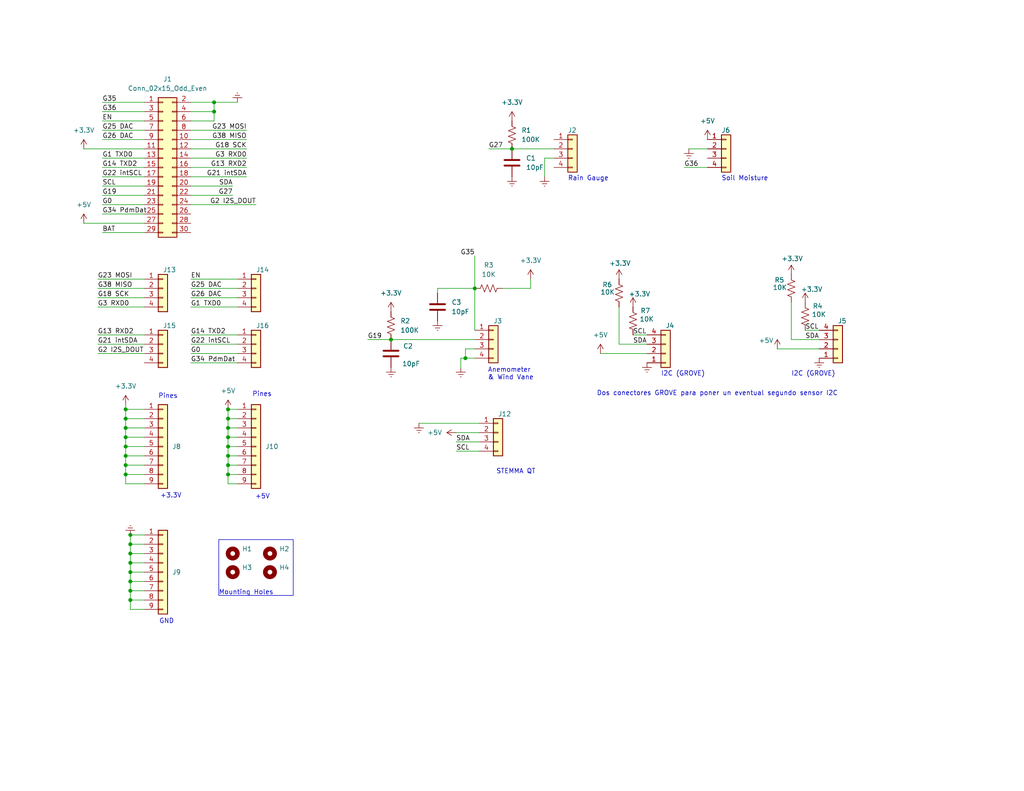
<source format=kicad_sch>
(kicad_sch
	(version 20231120)
	(generator "eeschema")
	(generator_version "8.0")
	(uuid "247b74a4-a95d-4840-96b8-795eba5186cf")
	(paper "USLetter")
	(title_block
		(title "M5Core2 Connection Board")
		(date "2024-04-26")
		(rev "0.1")
		(company "FabLabUV")
	)
	(lib_symbols
		(symbol "Connector_Generic:Conn_01x04"
			(pin_names
				(offset 1.016) hide)
			(exclude_from_sim no)
			(in_bom yes)
			(on_board yes)
			(property "Reference" "J"
				(at 0 5.08 0)
				(effects
					(font
						(size 1.27 1.27)
					)
				)
			)
			(property "Value" "Conn_01x04"
				(at 0 -7.62 0)
				(effects
					(font
						(size 1.27 1.27)
					)
				)
			)
			(property "Footprint" ""
				(at 0 0 0)
				(effects
					(font
						(size 1.27 1.27)
					)
					(hide yes)
				)
			)
			(property "Datasheet" "~"
				(at 0 0 0)
				(effects
					(font
						(size 1.27 1.27)
					)
					(hide yes)
				)
			)
			(property "Description" "Generic connector, single row, 01x04, script generated (kicad-library-utils/schlib/autogen/connector/)"
				(at 0 0 0)
				(effects
					(font
						(size 1.27 1.27)
					)
					(hide yes)
				)
			)
			(property "ki_keywords" "connector"
				(at 0 0 0)
				(effects
					(font
						(size 1.27 1.27)
					)
					(hide yes)
				)
			)
			(property "ki_fp_filters" "Connector*:*_1x??_*"
				(at 0 0 0)
				(effects
					(font
						(size 1.27 1.27)
					)
					(hide yes)
				)
			)
			(symbol "Conn_01x04_1_1"
				(rectangle
					(start -1.27 -4.953)
					(end 0 -5.207)
					(stroke
						(width 0.1524)
						(type default)
					)
					(fill
						(type none)
					)
				)
				(rectangle
					(start -1.27 -2.413)
					(end 0 -2.667)
					(stroke
						(width 0.1524)
						(type default)
					)
					(fill
						(type none)
					)
				)
				(rectangle
					(start -1.27 0.127)
					(end 0 -0.127)
					(stroke
						(width 0.1524)
						(type default)
					)
					(fill
						(type none)
					)
				)
				(rectangle
					(start -1.27 2.667)
					(end 0 2.413)
					(stroke
						(width 0.1524)
						(type default)
					)
					(fill
						(type none)
					)
				)
				(rectangle
					(start -1.27 3.81)
					(end 1.27 -6.35)
					(stroke
						(width 0.254)
						(type default)
					)
					(fill
						(type background)
					)
				)
				(pin passive line
					(at -5.08 2.54 0)
					(length 3.81)
					(name "Pin_1"
						(effects
							(font
								(size 1.27 1.27)
							)
						)
					)
					(number "1"
						(effects
							(font
								(size 1.27 1.27)
							)
						)
					)
				)
				(pin passive line
					(at -5.08 0 0)
					(length 3.81)
					(name "Pin_2"
						(effects
							(font
								(size 1.27 1.27)
							)
						)
					)
					(number "2"
						(effects
							(font
								(size 1.27 1.27)
							)
						)
					)
				)
				(pin passive line
					(at -5.08 -2.54 0)
					(length 3.81)
					(name "Pin_3"
						(effects
							(font
								(size 1.27 1.27)
							)
						)
					)
					(number "3"
						(effects
							(font
								(size 1.27 1.27)
							)
						)
					)
				)
				(pin passive line
					(at -5.08 -5.08 0)
					(length 3.81)
					(name "Pin_4"
						(effects
							(font
								(size 1.27 1.27)
							)
						)
					)
					(number "4"
						(effects
							(font
								(size 1.27 1.27)
							)
						)
					)
				)
			)
		)
		(symbol "Connector_Generic:Conn_01x09"
			(pin_names
				(offset 1.016) hide)
			(exclude_from_sim no)
			(in_bom yes)
			(on_board yes)
			(property "Reference" "J"
				(at 0 12.7 0)
				(effects
					(font
						(size 1.27 1.27)
					)
				)
			)
			(property "Value" "Conn_01x09"
				(at 0 -12.7 0)
				(effects
					(font
						(size 1.27 1.27)
					)
				)
			)
			(property "Footprint" ""
				(at 0 0 0)
				(effects
					(font
						(size 1.27 1.27)
					)
					(hide yes)
				)
			)
			(property "Datasheet" "~"
				(at 0 0 0)
				(effects
					(font
						(size 1.27 1.27)
					)
					(hide yes)
				)
			)
			(property "Description" "Generic connector, single row, 01x09, script generated (kicad-library-utils/schlib/autogen/connector/)"
				(at 0 0 0)
				(effects
					(font
						(size 1.27 1.27)
					)
					(hide yes)
				)
			)
			(property "ki_keywords" "connector"
				(at 0 0 0)
				(effects
					(font
						(size 1.27 1.27)
					)
					(hide yes)
				)
			)
			(property "ki_fp_filters" "Connector*:*_1x??_*"
				(at 0 0 0)
				(effects
					(font
						(size 1.27 1.27)
					)
					(hide yes)
				)
			)
			(symbol "Conn_01x09_1_1"
				(rectangle
					(start -1.27 -10.033)
					(end 0 -10.287)
					(stroke
						(width 0.1524)
						(type default)
					)
					(fill
						(type none)
					)
				)
				(rectangle
					(start -1.27 -7.493)
					(end 0 -7.747)
					(stroke
						(width 0.1524)
						(type default)
					)
					(fill
						(type none)
					)
				)
				(rectangle
					(start -1.27 -4.953)
					(end 0 -5.207)
					(stroke
						(width 0.1524)
						(type default)
					)
					(fill
						(type none)
					)
				)
				(rectangle
					(start -1.27 -2.413)
					(end 0 -2.667)
					(stroke
						(width 0.1524)
						(type default)
					)
					(fill
						(type none)
					)
				)
				(rectangle
					(start -1.27 0.127)
					(end 0 -0.127)
					(stroke
						(width 0.1524)
						(type default)
					)
					(fill
						(type none)
					)
				)
				(rectangle
					(start -1.27 2.667)
					(end 0 2.413)
					(stroke
						(width 0.1524)
						(type default)
					)
					(fill
						(type none)
					)
				)
				(rectangle
					(start -1.27 5.207)
					(end 0 4.953)
					(stroke
						(width 0.1524)
						(type default)
					)
					(fill
						(type none)
					)
				)
				(rectangle
					(start -1.27 7.747)
					(end 0 7.493)
					(stroke
						(width 0.1524)
						(type default)
					)
					(fill
						(type none)
					)
				)
				(rectangle
					(start -1.27 10.287)
					(end 0 10.033)
					(stroke
						(width 0.1524)
						(type default)
					)
					(fill
						(type none)
					)
				)
				(rectangle
					(start -1.27 11.43)
					(end 1.27 -11.43)
					(stroke
						(width 0.254)
						(type default)
					)
					(fill
						(type background)
					)
				)
				(pin passive line
					(at -5.08 10.16 0)
					(length 3.81)
					(name "Pin_1"
						(effects
							(font
								(size 1.27 1.27)
							)
						)
					)
					(number "1"
						(effects
							(font
								(size 1.27 1.27)
							)
						)
					)
				)
				(pin passive line
					(at -5.08 7.62 0)
					(length 3.81)
					(name "Pin_2"
						(effects
							(font
								(size 1.27 1.27)
							)
						)
					)
					(number "2"
						(effects
							(font
								(size 1.27 1.27)
							)
						)
					)
				)
				(pin passive line
					(at -5.08 5.08 0)
					(length 3.81)
					(name "Pin_3"
						(effects
							(font
								(size 1.27 1.27)
							)
						)
					)
					(number "3"
						(effects
							(font
								(size 1.27 1.27)
							)
						)
					)
				)
				(pin passive line
					(at -5.08 2.54 0)
					(length 3.81)
					(name "Pin_4"
						(effects
							(font
								(size 1.27 1.27)
							)
						)
					)
					(number "4"
						(effects
							(font
								(size 1.27 1.27)
							)
						)
					)
				)
				(pin passive line
					(at -5.08 0 0)
					(length 3.81)
					(name "Pin_5"
						(effects
							(font
								(size 1.27 1.27)
							)
						)
					)
					(number "5"
						(effects
							(font
								(size 1.27 1.27)
							)
						)
					)
				)
				(pin passive line
					(at -5.08 -2.54 0)
					(length 3.81)
					(name "Pin_6"
						(effects
							(font
								(size 1.27 1.27)
							)
						)
					)
					(number "6"
						(effects
							(font
								(size 1.27 1.27)
							)
						)
					)
				)
				(pin passive line
					(at -5.08 -5.08 0)
					(length 3.81)
					(name "Pin_7"
						(effects
							(font
								(size 1.27 1.27)
							)
						)
					)
					(number "7"
						(effects
							(font
								(size 1.27 1.27)
							)
						)
					)
				)
				(pin passive line
					(at -5.08 -7.62 0)
					(length 3.81)
					(name "Pin_8"
						(effects
							(font
								(size 1.27 1.27)
							)
						)
					)
					(number "8"
						(effects
							(font
								(size 1.27 1.27)
							)
						)
					)
				)
				(pin passive line
					(at -5.08 -10.16 0)
					(length 3.81)
					(name "Pin_9"
						(effects
							(font
								(size 1.27 1.27)
							)
						)
					)
					(number "9"
						(effects
							(font
								(size 1.27 1.27)
							)
						)
					)
				)
			)
		)
		(symbol "Connector_Generic:Conn_02x15_Odd_Even"
			(pin_names
				(offset 1.016) hide)
			(exclude_from_sim no)
			(in_bom yes)
			(on_board yes)
			(property "Reference" "J"
				(at 1.27 20.32 0)
				(effects
					(font
						(size 1.27 1.27)
					)
				)
			)
			(property "Value" "Conn_02x15_Odd_Even"
				(at 1.27 -20.32 0)
				(effects
					(font
						(size 1.27 1.27)
					)
				)
			)
			(property "Footprint" ""
				(at 0 0 0)
				(effects
					(font
						(size 1.27 1.27)
					)
					(hide yes)
				)
			)
			(property "Datasheet" "~"
				(at 0 0 0)
				(effects
					(font
						(size 1.27 1.27)
					)
					(hide yes)
				)
			)
			(property "Description" "Generic connector, double row, 02x15, odd/even pin numbering scheme (row 1 odd numbers, row 2 even numbers), script generated (kicad-library-utils/schlib/autogen/connector/)"
				(at 0 0 0)
				(effects
					(font
						(size 1.27 1.27)
					)
					(hide yes)
				)
			)
			(property "ki_keywords" "connector"
				(at 0 0 0)
				(effects
					(font
						(size 1.27 1.27)
					)
					(hide yes)
				)
			)
			(property "ki_fp_filters" "Connector*:*_2x??_*"
				(at 0 0 0)
				(effects
					(font
						(size 1.27 1.27)
					)
					(hide yes)
				)
			)
			(symbol "Conn_02x15_Odd_Even_1_1"
				(rectangle
					(start -1.27 -17.653)
					(end 0 -17.907)
					(stroke
						(width 0.1524)
						(type default)
					)
					(fill
						(type none)
					)
				)
				(rectangle
					(start -1.27 -15.113)
					(end 0 -15.367)
					(stroke
						(width 0.1524)
						(type default)
					)
					(fill
						(type none)
					)
				)
				(rectangle
					(start -1.27 -12.573)
					(end 0 -12.827)
					(stroke
						(width 0.1524)
						(type default)
					)
					(fill
						(type none)
					)
				)
				(rectangle
					(start -1.27 -10.033)
					(end 0 -10.287)
					(stroke
						(width 0.1524)
						(type default)
					)
					(fill
						(type none)
					)
				)
				(rectangle
					(start -1.27 -7.493)
					(end 0 -7.747)
					(stroke
						(width 0.1524)
						(type default)
					)
					(fill
						(type none)
					)
				)
				(rectangle
					(start -1.27 -4.953)
					(end 0 -5.207)
					(stroke
						(width 0.1524)
						(type default)
					)
					(fill
						(type none)
					)
				)
				(rectangle
					(start -1.27 -2.413)
					(end 0 -2.667)
					(stroke
						(width 0.1524)
						(type default)
					)
					(fill
						(type none)
					)
				)
				(rectangle
					(start -1.27 0.127)
					(end 0 -0.127)
					(stroke
						(width 0.1524)
						(type default)
					)
					(fill
						(type none)
					)
				)
				(rectangle
					(start -1.27 2.667)
					(end 0 2.413)
					(stroke
						(width 0.1524)
						(type default)
					)
					(fill
						(type none)
					)
				)
				(rectangle
					(start -1.27 5.207)
					(end 0 4.953)
					(stroke
						(width 0.1524)
						(type default)
					)
					(fill
						(type none)
					)
				)
				(rectangle
					(start -1.27 7.747)
					(end 0 7.493)
					(stroke
						(width 0.1524)
						(type default)
					)
					(fill
						(type none)
					)
				)
				(rectangle
					(start -1.27 10.287)
					(end 0 10.033)
					(stroke
						(width 0.1524)
						(type default)
					)
					(fill
						(type none)
					)
				)
				(rectangle
					(start -1.27 12.827)
					(end 0 12.573)
					(stroke
						(width 0.1524)
						(type default)
					)
					(fill
						(type none)
					)
				)
				(rectangle
					(start -1.27 15.367)
					(end 0 15.113)
					(stroke
						(width 0.1524)
						(type default)
					)
					(fill
						(type none)
					)
				)
				(rectangle
					(start -1.27 17.907)
					(end 0 17.653)
					(stroke
						(width 0.1524)
						(type default)
					)
					(fill
						(type none)
					)
				)
				(rectangle
					(start -1.27 19.05)
					(end 3.81 -19.05)
					(stroke
						(width 0.254)
						(type default)
					)
					(fill
						(type background)
					)
				)
				(rectangle
					(start 3.81 -17.653)
					(end 2.54 -17.907)
					(stroke
						(width 0.1524)
						(type default)
					)
					(fill
						(type none)
					)
				)
				(rectangle
					(start 3.81 -15.113)
					(end 2.54 -15.367)
					(stroke
						(width 0.1524)
						(type default)
					)
					(fill
						(type none)
					)
				)
				(rectangle
					(start 3.81 -12.573)
					(end 2.54 -12.827)
					(stroke
						(width 0.1524)
						(type default)
					)
					(fill
						(type none)
					)
				)
				(rectangle
					(start 3.81 -10.033)
					(end 2.54 -10.287)
					(stroke
						(width 0.1524)
						(type default)
					)
					(fill
						(type none)
					)
				)
				(rectangle
					(start 3.81 -7.493)
					(end 2.54 -7.747)
					(stroke
						(width 0.1524)
						(type default)
					)
					(fill
						(type none)
					)
				)
				(rectangle
					(start 3.81 -4.953)
					(end 2.54 -5.207)
					(stroke
						(width 0.1524)
						(type default)
					)
					(fill
						(type none)
					)
				)
				(rectangle
					(start 3.81 -2.413)
					(end 2.54 -2.667)
					(stroke
						(width 0.1524)
						(type default)
					)
					(fill
						(type none)
					)
				)
				(rectangle
					(start 3.81 0.127)
					(end 2.54 -0.127)
					(stroke
						(width 0.1524)
						(type default)
					)
					(fill
						(type none)
					)
				)
				(rectangle
					(start 3.81 2.667)
					(end 2.54 2.413)
					(stroke
						(width 0.1524)
						(type default)
					)
					(fill
						(type none)
					)
				)
				(rectangle
					(start 3.81 5.207)
					(end 2.54 4.953)
					(stroke
						(width 0.1524)
						(type default)
					)
					(fill
						(type none)
					)
				)
				(rectangle
					(start 3.81 7.747)
					(end 2.54 7.493)
					(stroke
						(width 0.1524)
						(type default)
					)
					(fill
						(type none)
					)
				)
				(rectangle
					(start 3.81 10.287)
					(end 2.54 10.033)
					(stroke
						(width 0.1524)
						(type default)
					)
					(fill
						(type none)
					)
				)
				(rectangle
					(start 3.81 12.827)
					(end 2.54 12.573)
					(stroke
						(width 0.1524)
						(type default)
					)
					(fill
						(type none)
					)
				)
				(rectangle
					(start 3.81 15.367)
					(end 2.54 15.113)
					(stroke
						(width 0.1524)
						(type default)
					)
					(fill
						(type none)
					)
				)
				(rectangle
					(start 3.81 17.907)
					(end 2.54 17.653)
					(stroke
						(width 0.1524)
						(type default)
					)
					(fill
						(type none)
					)
				)
				(pin passive line
					(at -5.08 17.78 0)
					(length 3.81)
					(name "Pin_1"
						(effects
							(font
								(size 1.27 1.27)
							)
						)
					)
					(number "1"
						(effects
							(font
								(size 1.27 1.27)
							)
						)
					)
				)
				(pin passive line
					(at 7.62 7.62 180)
					(length 3.81)
					(name "Pin_10"
						(effects
							(font
								(size 1.27 1.27)
							)
						)
					)
					(number "10"
						(effects
							(font
								(size 1.27 1.27)
							)
						)
					)
				)
				(pin passive line
					(at -5.08 5.08 0)
					(length 3.81)
					(name "Pin_11"
						(effects
							(font
								(size 1.27 1.27)
							)
						)
					)
					(number "11"
						(effects
							(font
								(size 1.27 1.27)
							)
						)
					)
				)
				(pin passive line
					(at 7.62 5.08 180)
					(length 3.81)
					(name "Pin_12"
						(effects
							(font
								(size 1.27 1.27)
							)
						)
					)
					(number "12"
						(effects
							(font
								(size 1.27 1.27)
							)
						)
					)
				)
				(pin passive line
					(at -5.08 2.54 0)
					(length 3.81)
					(name "Pin_13"
						(effects
							(font
								(size 1.27 1.27)
							)
						)
					)
					(number "13"
						(effects
							(font
								(size 1.27 1.27)
							)
						)
					)
				)
				(pin passive line
					(at 7.62 2.54 180)
					(length 3.81)
					(name "Pin_14"
						(effects
							(font
								(size 1.27 1.27)
							)
						)
					)
					(number "14"
						(effects
							(font
								(size 1.27 1.27)
							)
						)
					)
				)
				(pin passive line
					(at -5.08 0 0)
					(length 3.81)
					(name "Pin_15"
						(effects
							(font
								(size 1.27 1.27)
							)
						)
					)
					(number "15"
						(effects
							(font
								(size 1.27 1.27)
							)
						)
					)
				)
				(pin passive line
					(at 7.62 0 180)
					(length 3.81)
					(name "Pin_16"
						(effects
							(font
								(size 1.27 1.27)
							)
						)
					)
					(number "16"
						(effects
							(font
								(size 1.27 1.27)
							)
						)
					)
				)
				(pin passive line
					(at -5.08 -2.54 0)
					(length 3.81)
					(name "Pin_17"
						(effects
							(font
								(size 1.27 1.27)
							)
						)
					)
					(number "17"
						(effects
							(font
								(size 1.27 1.27)
							)
						)
					)
				)
				(pin passive line
					(at 7.62 -2.54 180)
					(length 3.81)
					(name "Pin_18"
						(effects
							(font
								(size 1.27 1.27)
							)
						)
					)
					(number "18"
						(effects
							(font
								(size 1.27 1.27)
							)
						)
					)
				)
				(pin passive line
					(at -5.08 -5.08 0)
					(length 3.81)
					(name "Pin_19"
						(effects
							(font
								(size 1.27 1.27)
							)
						)
					)
					(number "19"
						(effects
							(font
								(size 1.27 1.27)
							)
						)
					)
				)
				(pin passive line
					(at 7.62 17.78 180)
					(length 3.81)
					(name "Pin_2"
						(effects
							(font
								(size 1.27 1.27)
							)
						)
					)
					(number "2"
						(effects
							(font
								(size 1.27 1.27)
							)
						)
					)
				)
				(pin passive line
					(at 7.62 -5.08 180)
					(length 3.81)
					(name "Pin_20"
						(effects
							(font
								(size 1.27 1.27)
							)
						)
					)
					(number "20"
						(effects
							(font
								(size 1.27 1.27)
							)
						)
					)
				)
				(pin passive line
					(at -5.08 -7.62 0)
					(length 3.81)
					(name "Pin_21"
						(effects
							(font
								(size 1.27 1.27)
							)
						)
					)
					(number "21"
						(effects
							(font
								(size 1.27 1.27)
							)
						)
					)
				)
				(pin passive line
					(at 7.62 -7.62 180)
					(length 3.81)
					(name "Pin_22"
						(effects
							(font
								(size 1.27 1.27)
							)
						)
					)
					(number "22"
						(effects
							(font
								(size 1.27 1.27)
							)
						)
					)
				)
				(pin passive line
					(at -5.08 -10.16 0)
					(length 3.81)
					(name "Pin_23"
						(effects
							(font
								(size 1.27 1.27)
							)
						)
					)
					(number "23"
						(effects
							(font
								(size 1.27 1.27)
							)
						)
					)
				)
				(pin passive line
					(at 7.62 -10.16 180)
					(length 3.81)
					(name "Pin_24"
						(effects
							(font
								(size 1.27 1.27)
							)
						)
					)
					(number "24"
						(effects
							(font
								(size 1.27 1.27)
							)
						)
					)
				)
				(pin passive line
					(at -5.08 -12.7 0)
					(length 3.81)
					(name "Pin_25"
						(effects
							(font
								(size 1.27 1.27)
							)
						)
					)
					(number "25"
						(effects
							(font
								(size 1.27 1.27)
							)
						)
					)
				)
				(pin passive line
					(at 7.62 -12.7 180)
					(length 3.81)
					(name "Pin_26"
						(effects
							(font
								(size 1.27 1.27)
							)
						)
					)
					(number "26"
						(effects
							(font
								(size 1.27 1.27)
							)
						)
					)
				)
				(pin passive line
					(at -5.08 -15.24 0)
					(length 3.81)
					(name "Pin_27"
						(effects
							(font
								(size 1.27 1.27)
							)
						)
					)
					(number "27"
						(effects
							(font
								(size 1.27 1.27)
							)
						)
					)
				)
				(pin passive line
					(at 7.62 -15.24 180)
					(length 3.81)
					(name "Pin_28"
						(effects
							(font
								(size 1.27 1.27)
							)
						)
					)
					(number "28"
						(effects
							(font
								(size 1.27 1.27)
							)
						)
					)
				)
				(pin passive line
					(at -5.08 -17.78 0)
					(length 3.81)
					(name "Pin_29"
						(effects
							(font
								(size 1.27 1.27)
							)
						)
					)
					(number "29"
						(effects
							(font
								(size 1.27 1.27)
							)
						)
					)
				)
				(pin passive line
					(at -5.08 15.24 0)
					(length 3.81)
					(name "Pin_3"
						(effects
							(font
								(size 1.27 1.27)
							)
						)
					)
					(number "3"
						(effects
							(font
								(size 1.27 1.27)
							)
						)
					)
				)
				(pin passive line
					(at 7.62 -17.78 180)
					(length 3.81)
					(name "Pin_30"
						(effects
							(font
								(size 1.27 1.27)
							)
						)
					)
					(number "30"
						(effects
							(font
								(size 1.27 1.27)
							)
						)
					)
				)
				(pin passive line
					(at 7.62 15.24 180)
					(length 3.81)
					(name "Pin_4"
						(effects
							(font
								(size 1.27 1.27)
							)
						)
					)
					(number "4"
						(effects
							(font
								(size 1.27 1.27)
							)
						)
					)
				)
				(pin passive line
					(at -5.08 12.7 0)
					(length 3.81)
					(name "Pin_5"
						(effects
							(font
								(size 1.27 1.27)
							)
						)
					)
					(number "5"
						(effects
							(font
								(size 1.27 1.27)
							)
						)
					)
				)
				(pin passive line
					(at 7.62 12.7 180)
					(length 3.81)
					(name "Pin_6"
						(effects
							(font
								(size 1.27 1.27)
							)
						)
					)
					(number "6"
						(effects
							(font
								(size 1.27 1.27)
							)
						)
					)
				)
				(pin passive line
					(at -5.08 10.16 0)
					(length 3.81)
					(name "Pin_7"
						(effects
							(font
								(size 1.27 1.27)
							)
						)
					)
					(number "7"
						(effects
							(font
								(size 1.27 1.27)
							)
						)
					)
				)
				(pin passive line
					(at 7.62 10.16 180)
					(length 3.81)
					(name "Pin_8"
						(effects
							(font
								(size 1.27 1.27)
							)
						)
					)
					(number "8"
						(effects
							(font
								(size 1.27 1.27)
							)
						)
					)
				)
				(pin passive line
					(at -5.08 7.62 0)
					(length 3.81)
					(name "Pin_9"
						(effects
							(font
								(size 1.27 1.27)
							)
						)
					)
					(number "9"
						(effects
							(font
								(size 1.27 1.27)
							)
						)
					)
				)
			)
		)
		(symbol "Device:C"
			(pin_numbers hide)
			(pin_names
				(offset 0.254)
			)
			(exclude_from_sim no)
			(in_bom yes)
			(on_board yes)
			(property "Reference" "C"
				(at 0.635 2.54 0)
				(effects
					(font
						(size 1.27 1.27)
					)
					(justify left)
				)
			)
			(property "Value" "C"
				(at 0.635 -2.54 0)
				(effects
					(font
						(size 1.27 1.27)
					)
					(justify left)
				)
			)
			(property "Footprint" ""
				(at 0.9652 -3.81 0)
				(effects
					(font
						(size 1.27 1.27)
					)
					(hide yes)
				)
			)
			(property "Datasheet" "~"
				(at 0 0 0)
				(effects
					(font
						(size 1.27 1.27)
					)
					(hide yes)
				)
			)
			(property "Description" "Unpolarized capacitor"
				(at 0 0 0)
				(effects
					(font
						(size 1.27 1.27)
					)
					(hide yes)
				)
			)
			(property "ki_keywords" "cap capacitor"
				(at 0 0 0)
				(effects
					(font
						(size 1.27 1.27)
					)
					(hide yes)
				)
			)
			(property "ki_fp_filters" "C_*"
				(at 0 0 0)
				(effects
					(font
						(size 1.27 1.27)
					)
					(hide yes)
				)
			)
			(symbol "C_0_1"
				(polyline
					(pts
						(xy -2.032 -0.762) (xy 2.032 -0.762)
					)
					(stroke
						(width 0.508)
						(type default)
					)
					(fill
						(type none)
					)
				)
				(polyline
					(pts
						(xy -2.032 0.762) (xy 2.032 0.762)
					)
					(stroke
						(width 0.508)
						(type default)
					)
					(fill
						(type none)
					)
				)
			)
			(symbol "C_1_1"
				(pin passive line
					(at 0 3.81 270)
					(length 2.794)
					(name "~"
						(effects
							(font
								(size 1.27 1.27)
							)
						)
					)
					(number "1"
						(effects
							(font
								(size 1.27 1.27)
							)
						)
					)
				)
				(pin passive line
					(at 0 -3.81 90)
					(length 2.794)
					(name "~"
						(effects
							(font
								(size 1.27 1.27)
							)
						)
					)
					(number "2"
						(effects
							(font
								(size 1.27 1.27)
							)
						)
					)
				)
			)
		)
		(symbol "Device:R_US"
			(pin_numbers hide)
			(pin_names
				(offset 0)
			)
			(exclude_from_sim no)
			(in_bom yes)
			(on_board yes)
			(property "Reference" "R"
				(at 2.54 0 90)
				(effects
					(font
						(size 1.27 1.27)
					)
				)
			)
			(property "Value" "R_US"
				(at -2.54 0 90)
				(effects
					(font
						(size 1.27 1.27)
					)
				)
			)
			(property "Footprint" ""
				(at 1.016 -0.254 90)
				(effects
					(font
						(size 1.27 1.27)
					)
					(hide yes)
				)
			)
			(property "Datasheet" "~"
				(at 0 0 0)
				(effects
					(font
						(size 1.27 1.27)
					)
					(hide yes)
				)
			)
			(property "Description" "Resistor, US symbol"
				(at 0 0 0)
				(effects
					(font
						(size 1.27 1.27)
					)
					(hide yes)
				)
			)
			(property "ki_keywords" "R res resistor"
				(at 0 0 0)
				(effects
					(font
						(size 1.27 1.27)
					)
					(hide yes)
				)
			)
			(property "ki_fp_filters" "R_*"
				(at 0 0 0)
				(effects
					(font
						(size 1.27 1.27)
					)
					(hide yes)
				)
			)
			(symbol "R_US_0_1"
				(polyline
					(pts
						(xy 0 -2.286) (xy 0 -2.54)
					)
					(stroke
						(width 0)
						(type default)
					)
					(fill
						(type none)
					)
				)
				(polyline
					(pts
						(xy 0 2.286) (xy 0 2.54)
					)
					(stroke
						(width 0)
						(type default)
					)
					(fill
						(type none)
					)
				)
				(polyline
					(pts
						(xy 0 -0.762) (xy 1.016 -1.143) (xy 0 -1.524) (xy -1.016 -1.905) (xy 0 -2.286)
					)
					(stroke
						(width 0)
						(type default)
					)
					(fill
						(type none)
					)
				)
				(polyline
					(pts
						(xy 0 0.762) (xy 1.016 0.381) (xy 0 0) (xy -1.016 -0.381) (xy 0 -0.762)
					)
					(stroke
						(width 0)
						(type default)
					)
					(fill
						(type none)
					)
				)
				(polyline
					(pts
						(xy 0 2.286) (xy 1.016 1.905) (xy 0 1.524) (xy -1.016 1.143) (xy 0 0.762)
					)
					(stroke
						(width 0)
						(type default)
					)
					(fill
						(type none)
					)
				)
			)
			(symbol "R_US_1_1"
				(pin passive line
					(at 0 3.81 270)
					(length 1.27)
					(name "~"
						(effects
							(font
								(size 1.27 1.27)
							)
						)
					)
					(number "1"
						(effects
							(font
								(size 1.27 1.27)
							)
						)
					)
				)
				(pin passive line
					(at 0 -3.81 90)
					(length 1.27)
					(name "~"
						(effects
							(font
								(size 1.27 1.27)
							)
						)
					)
					(number "2"
						(effects
							(font
								(size 1.27 1.27)
							)
						)
					)
				)
			)
		)
		(symbol "Mechanical:MountingHole"
			(pin_names
				(offset 1.016)
			)
			(exclude_from_sim no)
			(in_bom yes)
			(on_board yes)
			(property "Reference" "H"
				(at 0 5.08 0)
				(effects
					(font
						(size 1.27 1.27)
					)
				)
			)
			(property "Value" "MountingHole"
				(at 0 3.175 0)
				(effects
					(font
						(size 1.27 1.27)
					)
				)
			)
			(property "Footprint" ""
				(at 0 0 0)
				(effects
					(font
						(size 1.27 1.27)
					)
					(hide yes)
				)
			)
			(property "Datasheet" "~"
				(at 0 0 0)
				(effects
					(font
						(size 1.27 1.27)
					)
					(hide yes)
				)
			)
			(property "Description" "Mounting Hole without connection"
				(at 0 0 0)
				(effects
					(font
						(size 1.27 1.27)
					)
					(hide yes)
				)
			)
			(property "ki_keywords" "mounting hole"
				(at 0 0 0)
				(effects
					(font
						(size 1.27 1.27)
					)
					(hide yes)
				)
			)
			(property "ki_fp_filters" "MountingHole*"
				(at 0 0 0)
				(effects
					(font
						(size 1.27 1.27)
					)
					(hide yes)
				)
			)
			(symbol "MountingHole_0_1"
				(circle
					(center 0 0)
					(radius 1.27)
					(stroke
						(width 1.27)
						(type default)
					)
					(fill
						(type none)
					)
				)
			)
		)
		(symbol "power:+3.3V"
			(power)
			(pin_names
				(offset 0)
			)
			(exclude_from_sim no)
			(in_bom yes)
			(on_board yes)
			(property "Reference" "#PWR"
				(at 0 -3.81 0)
				(effects
					(font
						(size 1.27 1.27)
					)
					(hide yes)
				)
			)
			(property "Value" "+3.3V"
				(at 0 3.556 0)
				(effects
					(font
						(size 1.27 1.27)
					)
				)
			)
			(property "Footprint" ""
				(at 0 0 0)
				(effects
					(font
						(size 1.27 1.27)
					)
					(hide yes)
				)
			)
			(property "Datasheet" ""
				(at 0 0 0)
				(effects
					(font
						(size 1.27 1.27)
					)
					(hide yes)
				)
			)
			(property "Description" "Power symbol creates a global label with name \"+3.3V\""
				(at 0 0 0)
				(effects
					(font
						(size 1.27 1.27)
					)
					(hide yes)
				)
			)
			(property "ki_keywords" "global power"
				(at 0 0 0)
				(effects
					(font
						(size 1.27 1.27)
					)
					(hide yes)
				)
			)
			(symbol "+3.3V_0_1"
				(polyline
					(pts
						(xy -0.762 1.27) (xy 0 2.54)
					)
					(stroke
						(width 0)
						(type default)
					)
					(fill
						(type none)
					)
				)
				(polyline
					(pts
						(xy 0 0) (xy 0 2.54)
					)
					(stroke
						(width 0)
						(type default)
					)
					(fill
						(type none)
					)
				)
				(polyline
					(pts
						(xy 0 2.54) (xy 0.762 1.27)
					)
					(stroke
						(width 0)
						(type default)
					)
					(fill
						(type none)
					)
				)
			)
			(symbol "+3.3V_1_1"
				(pin power_in line
					(at 0 0 90)
					(length 0) hide
					(name "+3.3V"
						(effects
							(font
								(size 1.27 1.27)
							)
						)
					)
					(number "1"
						(effects
							(font
								(size 1.27 1.27)
							)
						)
					)
				)
			)
		)
		(symbol "power:+5V"
			(power)
			(pin_names
				(offset 0)
			)
			(exclude_from_sim no)
			(in_bom yes)
			(on_board yes)
			(property "Reference" "#PWR"
				(at 0 -3.81 0)
				(effects
					(font
						(size 1.27 1.27)
					)
					(hide yes)
				)
			)
			(property "Value" "+5V"
				(at 0 3.556 0)
				(effects
					(font
						(size 1.27 1.27)
					)
				)
			)
			(property "Footprint" ""
				(at 0 0 0)
				(effects
					(font
						(size 1.27 1.27)
					)
					(hide yes)
				)
			)
			(property "Datasheet" ""
				(at 0 0 0)
				(effects
					(font
						(size 1.27 1.27)
					)
					(hide yes)
				)
			)
			(property "Description" "Power symbol creates a global label with name \"+5V\""
				(at 0 0 0)
				(effects
					(font
						(size 1.27 1.27)
					)
					(hide yes)
				)
			)
			(property "ki_keywords" "global power"
				(at 0 0 0)
				(effects
					(font
						(size 1.27 1.27)
					)
					(hide yes)
				)
			)
			(symbol "+5V_0_1"
				(polyline
					(pts
						(xy -0.762 1.27) (xy 0 2.54)
					)
					(stroke
						(width 0)
						(type default)
					)
					(fill
						(type none)
					)
				)
				(polyline
					(pts
						(xy 0 0) (xy 0 2.54)
					)
					(stroke
						(width 0)
						(type default)
					)
					(fill
						(type none)
					)
				)
				(polyline
					(pts
						(xy 0 2.54) (xy 0.762 1.27)
					)
					(stroke
						(width 0)
						(type default)
					)
					(fill
						(type none)
					)
				)
			)
			(symbol "+5V_1_1"
				(pin power_in line
					(at 0 0 90)
					(length 0) hide
					(name "+5V"
						(effects
							(font
								(size 1.27 1.27)
							)
						)
					)
					(number "1"
						(effects
							(font
								(size 1.27 1.27)
							)
						)
					)
				)
			)
		)
		(symbol "power:GNDREF"
			(power)
			(pin_names
				(offset 0)
			)
			(exclude_from_sim no)
			(in_bom yes)
			(on_board yes)
			(property "Reference" "#PWR"
				(at 0 -6.35 0)
				(effects
					(font
						(size 1.27 1.27)
					)
					(hide yes)
				)
			)
			(property "Value" "GNDREF"
				(at 0 -3.81 0)
				(effects
					(font
						(size 1.27 1.27)
					)
				)
			)
			(property "Footprint" ""
				(at 0 0 0)
				(effects
					(font
						(size 1.27 1.27)
					)
					(hide yes)
				)
			)
			(property "Datasheet" ""
				(at 0 0 0)
				(effects
					(font
						(size 1.27 1.27)
					)
					(hide yes)
				)
			)
			(property "Description" "Power symbol creates a global label with name \"GNDREF\" , reference supply ground"
				(at 0 0 0)
				(effects
					(font
						(size 1.27 1.27)
					)
					(hide yes)
				)
			)
			(property "ki_keywords" "global power"
				(at 0 0 0)
				(effects
					(font
						(size 1.27 1.27)
					)
					(hide yes)
				)
			)
			(symbol "GNDREF_0_1"
				(polyline
					(pts
						(xy -0.635 -1.905) (xy 0.635 -1.905)
					)
					(stroke
						(width 0)
						(type default)
					)
					(fill
						(type none)
					)
				)
				(polyline
					(pts
						(xy -0.127 -2.54) (xy 0.127 -2.54)
					)
					(stroke
						(width 0)
						(type default)
					)
					(fill
						(type none)
					)
				)
				(polyline
					(pts
						(xy 0 -1.27) (xy 0 0)
					)
					(stroke
						(width 0)
						(type default)
					)
					(fill
						(type none)
					)
				)
				(polyline
					(pts
						(xy 1.27 -1.27) (xy -1.27 -1.27)
					)
					(stroke
						(width 0)
						(type default)
					)
					(fill
						(type none)
					)
				)
			)
			(symbol "GNDREF_1_1"
				(pin power_in line
					(at 0 0 270)
					(length 0) hide
					(name "GNDREF"
						(effects
							(font
								(size 1.27 1.27)
							)
						)
					)
					(number "1"
						(effects
							(font
								(size 1.27 1.27)
							)
						)
					)
				)
			)
		)
	)
	(junction
		(at 58.42 27.94)
		(diameter 0)
		(color 0 0 0 0)
		(uuid "15a004b3-4418-4794-93f9-810963d6c2aa")
	)
	(junction
		(at 34.29 124.46)
		(diameter 0)
		(color 0 0 0 0)
		(uuid "24b2a723-e7bf-4fe5-aad0-17dda98b9490")
	)
	(junction
		(at 62.23 124.46)
		(diameter 0)
		(color 0 0 0 0)
		(uuid "28cecb87-9da3-4994-ae75-a7b717ceaa12")
	)
	(junction
		(at 34.29 116.84)
		(diameter 0)
		(color 0 0 0 0)
		(uuid "2e22a6f6-bb8a-4805-9276-1af6dd1f74d4")
	)
	(junction
		(at 127 97.79)
		(diameter 0)
		(color 0 0 0 0)
		(uuid "3153ff71-e2ab-4ce6-8315-cb4507200ba7")
	)
	(junction
		(at 35.56 163.83)
		(diameter 0)
		(color 0 0 0 0)
		(uuid "436c2dd5-2b63-4e86-882a-e8231ca22815")
	)
	(junction
		(at 62.23 114.3)
		(diameter 0)
		(color 0 0 0 0)
		(uuid "437df6bb-4783-4f6f-bf46-8f20e455cfa3")
	)
	(junction
		(at 34.29 111.76)
		(diameter 0)
		(color 0 0 0 0)
		(uuid "534e9c0e-2ae9-463f-9e24-31e35e5fb1be")
	)
	(junction
		(at 62.23 127)
		(diameter 0)
		(color 0 0 0 0)
		(uuid "547fcbd6-035f-47da-ad77-623c6f9802c7")
	)
	(junction
		(at 58.42 30.48)
		(diameter 0)
		(color 0 0 0 0)
		(uuid "63832705-8298-4763-99aa-e16230c85a45")
	)
	(junction
		(at 34.29 127)
		(diameter 0)
		(color 0 0 0 0)
		(uuid "748b2bae-0a46-445e-9632-1632af2a5461")
	)
	(junction
		(at 34.29 114.3)
		(diameter 0)
		(color 0 0 0 0)
		(uuid "7f70aeaf-3f43-4c68-bf9e-8f938c794eda")
	)
	(junction
		(at 35.56 156.21)
		(diameter 0)
		(color 0 0 0 0)
		(uuid "8acebd3d-7401-4092-810c-483c4ecde122")
	)
	(junction
		(at 62.23 129.54)
		(diameter 0)
		(color 0 0 0 0)
		(uuid "9394a921-7a66-4eaf-8876-715efb36043c")
	)
	(junction
		(at 35.56 148.59)
		(diameter 0)
		(color 0 0 0 0)
		(uuid "998ba96e-6990-4582-b0a2-89b70b06689a")
	)
	(junction
		(at 62.23 121.92)
		(diameter 0)
		(color 0 0 0 0)
		(uuid "9a6245c2-93ba-47a9-a6c7-70e64fd3f1f4")
	)
	(junction
		(at 62.23 111.76)
		(diameter 0)
		(color 0 0 0 0)
		(uuid "a1e6600d-c998-4873-bac3-68fc689897c4")
	)
	(junction
		(at 129.54 78.74)
		(diameter 0)
		(color 0 0 0 0)
		(uuid "a2905f56-6606-4bcd-a101-9c8547471417")
	)
	(junction
		(at 62.23 116.84)
		(diameter 0)
		(color 0 0 0 0)
		(uuid "a85f2eac-e009-43aa-a1bb-086b63bda8d5")
	)
	(junction
		(at 35.56 161.29)
		(diameter 0)
		(color 0 0 0 0)
		(uuid "b203bc0f-ebb1-4faa-8c6e-97a41de21aa5")
	)
	(junction
		(at 62.23 119.38)
		(diameter 0)
		(color 0 0 0 0)
		(uuid "c7f0b293-e797-4a9e-9537-b79da6cb9346")
	)
	(junction
		(at 35.56 153.67)
		(diameter 0)
		(color 0 0 0 0)
		(uuid "cf278699-d83e-4c83-a4aa-f90c5a40c996")
	)
	(junction
		(at 139.7 40.64)
		(diameter 0)
		(color 0 0 0 0)
		(uuid "dbbdf699-8da1-4de1-86ea-9b684ce7d34f")
	)
	(junction
		(at 35.56 146.05)
		(diameter 0)
		(color 0 0 0 0)
		(uuid "df81bd1f-2e90-4ce4-9595-a11889d6e6b8")
	)
	(junction
		(at 35.56 158.75)
		(diameter 0)
		(color 0 0 0 0)
		(uuid "e023e8d4-78da-4a0f-981a-5a730e13ffbc")
	)
	(junction
		(at 35.56 151.13)
		(diameter 0)
		(color 0 0 0 0)
		(uuid "e4a24a26-3fee-4aaf-bc8b-9a2de74ef454")
	)
	(junction
		(at 34.29 121.92)
		(diameter 0)
		(color 0 0 0 0)
		(uuid "ebb06c33-52b8-47c1-88f2-f35930b9ccc4")
	)
	(junction
		(at 34.29 119.38)
		(diameter 0)
		(color 0 0 0 0)
		(uuid "ed125771-240b-48a0-b365-2eb7e23a90aa")
	)
	(junction
		(at 106.68 92.71)
		(diameter 0)
		(color 0 0 0 0)
		(uuid "ed72aebf-95d7-46b5-9ebf-a380037c8a2e")
	)
	(junction
		(at 34.29 129.54)
		(diameter 0)
		(color 0 0 0 0)
		(uuid "fac7d5c0-8a87-42ec-8d42-7278f9e2ca7a")
	)
	(wire
		(pts
			(xy 125.73 97.79) (xy 125.73 100.33)
		)
		(stroke
			(width 0)
			(type default)
		)
		(uuid "043bf468-a3f9-4b7a-8b02-08a35f2472cf")
	)
	(wire
		(pts
			(xy 34.29 116.84) (xy 34.29 114.3)
		)
		(stroke
			(width 0)
			(type default)
		)
		(uuid "0a50542d-a731-4996-8694-1aeb493e0967")
	)
	(wire
		(pts
			(xy 34.29 127) (xy 34.29 129.54)
		)
		(stroke
			(width 0)
			(type default)
		)
		(uuid "0ad0eee2-c9ea-4059-9f18-e3700b1da186")
	)
	(wire
		(pts
			(xy 39.37 114.3) (xy 34.29 114.3)
		)
		(stroke
			(width 0)
			(type default)
		)
		(uuid "0b2e878a-79ea-4ecc-97e4-61058329d89f")
	)
	(wire
		(pts
			(xy 64.77 27.94) (xy 58.42 27.94)
		)
		(stroke
			(width 0)
			(type default)
		)
		(uuid "0b4aa5c4-87aa-41b2-8308-d7cc615b242f")
	)
	(wire
		(pts
			(xy 39.37 48.26) (xy 27.94 48.26)
		)
		(stroke
			(width 0)
			(type default)
		)
		(uuid "0e1af2de-32cd-42ec-b15f-b01d264980bb")
	)
	(wire
		(pts
			(xy 52.07 91.44) (xy 64.77 91.44)
		)
		(stroke
			(width 0)
			(type default)
		)
		(uuid "11d5c38c-a8f5-4b13-bb8b-04b31df64f80")
	)
	(wire
		(pts
			(xy 35.56 151.13) (xy 35.56 153.67)
		)
		(stroke
			(width 0)
			(type default)
		)
		(uuid "1229bd41-88b6-48ac-89e8-6abe3415d35f")
	)
	(wire
		(pts
			(xy 39.37 116.84) (xy 34.29 116.84)
		)
		(stroke
			(width 0)
			(type default)
		)
		(uuid "124d9548-12ae-4f2c-ae6c-3f5fce8cf68e")
	)
	(wire
		(pts
			(xy 34.29 114.3) (xy 34.29 111.76)
		)
		(stroke
			(width 0)
			(type default)
		)
		(uuid "129b0245-ad2f-4930-929c-7ca87894995c")
	)
	(wire
		(pts
			(xy 215.9 92.71) (xy 223.52 92.71)
		)
		(stroke
			(width 0)
			(type default)
		)
		(uuid "16448ba4-a757-4490-a289-988afa8f229c")
	)
	(wire
		(pts
			(xy 39.37 161.29) (xy 35.56 161.29)
		)
		(stroke
			(width 0)
			(type default)
		)
		(uuid "1a8bd517-262f-4c28-ae6b-98e38186fb90")
	)
	(wire
		(pts
			(xy 39.37 45.72) (xy 27.94 45.72)
		)
		(stroke
			(width 0)
			(type default)
		)
		(uuid "1ad31c25-a5f4-453a-a450-97233a898e07")
	)
	(wire
		(pts
			(xy 39.37 127) (xy 34.29 127)
		)
		(stroke
			(width 0)
			(type default)
		)
		(uuid "1eef3bc6-4a41-40c2-afe2-635bc280d0f3")
	)
	(wire
		(pts
			(xy 58.42 30.48) (xy 58.42 27.94)
		)
		(stroke
			(width 0)
			(type default)
		)
		(uuid "210ea138-0ba5-4bf6-ac66-11994babcd6f")
	)
	(wire
		(pts
			(xy 58.42 27.94) (xy 52.07 27.94)
		)
		(stroke
			(width 0)
			(type default)
		)
		(uuid "220fe3ee-113b-41a0-82a3-11c29be0e2c8")
	)
	(wire
		(pts
			(xy 35.56 151.13) (xy 35.56 148.59)
		)
		(stroke
			(width 0)
			(type default)
		)
		(uuid "22a1188d-60b9-4dac-aa79-72bc1f75254c")
	)
	(wire
		(pts
			(xy 39.37 40.64) (xy 22.86 40.64)
		)
		(stroke
			(width 0)
			(type default)
		)
		(uuid "2384169e-4101-4a90-8201-1d0195c1abb9")
	)
	(wire
		(pts
			(xy 64.77 129.54) (xy 62.23 129.54)
		)
		(stroke
			(width 0)
			(type default)
		)
		(uuid "240d686f-e344-4620-878d-451defe7121e")
	)
	(wire
		(pts
			(xy 133.35 40.64) (xy 139.7 40.64)
		)
		(stroke
			(width 0)
			(type default)
		)
		(uuid "28ccda5e-6d91-4130-b61b-83079640831a")
	)
	(wire
		(pts
			(xy 62.23 119.38) (xy 62.23 116.84)
		)
		(stroke
			(width 0)
			(type default)
		)
		(uuid "29e78cf6-313c-4918-a1c7-7bee1f7047d3")
	)
	(wire
		(pts
			(xy 67.31 43.18) (xy 52.07 43.18)
		)
		(stroke
			(width 0)
			(type default)
		)
		(uuid "2a1e0de7-d6b4-4a41-984b-dd0f58ccb257")
	)
	(wire
		(pts
			(xy 124.46 120.65) (xy 130.81 120.65)
		)
		(stroke
			(width 0)
			(type default)
		)
		(uuid "2be22952-1c2d-4df8-8662-ec6a09b93069")
	)
	(wire
		(pts
			(xy 100.33 92.71) (xy 106.68 92.71)
		)
		(stroke
			(width 0)
			(type default)
		)
		(uuid "2c9f7fec-3337-4ec2-a886-84f6ed59b45a")
	)
	(wire
		(pts
			(xy 34.29 124.46) (xy 34.29 127)
		)
		(stroke
			(width 0)
			(type default)
		)
		(uuid "2dee41ac-c540-4826-8295-bab3f001133e")
	)
	(wire
		(pts
			(xy 39.37 111.76) (xy 34.29 111.76)
		)
		(stroke
			(width 0)
			(type default)
		)
		(uuid "2fdae211-30f4-458c-954a-1038655290c2")
	)
	(wire
		(pts
			(xy 39.37 124.46) (xy 34.29 124.46)
		)
		(stroke
			(width 0)
			(type default)
		)
		(uuid "3165ed88-6f00-4651-8c0f-57ad68e3217a")
	)
	(wire
		(pts
			(xy 26.67 93.98) (xy 39.37 93.98)
		)
		(stroke
			(width 0)
			(type default)
		)
		(uuid "3421f7ef-414b-4931-a562-b10c816e5a6f")
	)
	(wire
		(pts
			(xy 39.37 129.54) (xy 34.29 129.54)
		)
		(stroke
			(width 0)
			(type default)
		)
		(uuid "37e0c276-23d1-491f-99d7-0b13b0525da5")
	)
	(wire
		(pts
			(xy 39.37 163.83) (xy 35.56 163.83)
		)
		(stroke
			(width 0)
			(type default)
		)
		(uuid "38732695-c115-48b5-a9bf-dfa0bf4f6fa7")
	)
	(wire
		(pts
			(xy 27.94 50.8) (xy 39.37 50.8)
		)
		(stroke
			(width 0)
			(type default)
		)
		(uuid "38daface-eeb6-4f21-b5fb-e68c2d11e48c")
	)
	(wire
		(pts
			(xy 26.67 76.2) (xy 39.37 76.2)
		)
		(stroke
			(width 0)
			(type default)
		)
		(uuid "3b2d430b-71f4-44d1-af67-40661ff9fbfc")
	)
	(wire
		(pts
			(xy 64.77 119.38) (xy 62.23 119.38)
		)
		(stroke
			(width 0)
			(type default)
		)
		(uuid "3b6bf15c-bb6f-44f7-9b43-2f18b1392bf9")
	)
	(wire
		(pts
			(xy 52.07 83.82) (xy 64.77 83.82)
		)
		(stroke
			(width 0)
			(type default)
		)
		(uuid "3d405949-63a5-4ca1-8a49-53e896afb376")
	)
	(wire
		(pts
			(xy 39.37 119.38) (xy 34.29 119.38)
		)
		(stroke
			(width 0)
			(type default)
		)
		(uuid "3d8cfe2c-3384-4e9d-bd81-237eb09a98d5")
	)
	(wire
		(pts
			(xy 26.67 78.74) (xy 39.37 78.74)
		)
		(stroke
			(width 0)
			(type default)
		)
		(uuid "450516e0-d7e0-4981-948c-d08a283ca881")
	)
	(wire
		(pts
			(xy 35.56 153.67) (xy 35.56 156.21)
		)
		(stroke
			(width 0)
			(type default)
		)
		(uuid "46ca0933-3520-4a2b-bef6-1e6a3aec5c1c")
	)
	(wire
		(pts
			(xy 64.77 124.46) (xy 62.23 124.46)
		)
		(stroke
			(width 0)
			(type default)
		)
		(uuid "49aabdb7-a2b1-4049-b08c-3ff9ef47d297")
	)
	(wire
		(pts
			(xy 35.56 161.29) (xy 35.56 158.75)
		)
		(stroke
			(width 0)
			(type default)
		)
		(uuid "4afc65a8-1ff2-4e06-b6a1-b5e26a61ad9f")
	)
	(wire
		(pts
			(xy 39.37 43.18) (xy 27.94 43.18)
		)
		(stroke
			(width 0)
			(type default)
		)
		(uuid "4b254312-a08f-4b7e-b208-f5009547a8ee")
	)
	(wire
		(pts
			(xy 39.37 60.96) (xy 22.86 60.96)
		)
		(stroke
			(width 0)
			(type default)
		)
		(uuid "4b49bf51-d264-412f-84ae-75967802999b")
	)
	(wire
		(pts
			(xy 119.38 78.74) (xy 119.38 80.01)
		)
		(stroke
			(width 0)
			(type default)
		)
		(uuid "4cc3f9c4-fa0b-405c-bfc1-0f544b7f26f9")
	)
	(wire
		(pts
			(xy 35.56 163.83) (xy 35.56 161.29)
		)
		(stroke
			(width 0)
			(type default)
		)
		(uuid "4f3baa71-bf62-4d66-8e05-61181701a864")
	)
	(wire
		(pts
			(xy 27.94 30.48) (xy 39.37 30.48)
		)
		(stroke
			(width 0)
			(type default)
		)
		(uuid "524d736c-a74d-4602-abca-a9e6957e6665")
	)
	(wire
		(pts
			(xy 129.54 78.74) (xy 119.38 78.74)
		)
		(stroke
			(width 0)
			(type default)
		)
		(uuid "54b54c7c-8a93-48f3-b25f-9751ef56ca1a")
	)
	(wire
		(pts
			(xy 62.23 132.08) (xy 62.23 129.54)
		)
		(stroke
			(width 0)
			(type default)
		)
		(uuid "5592fd76-40ea-4ad5-81fd-1f846d7e6204")
	)
	(wire
		(pts
			(xy 63.5 50.8) (xy 52.07 50.8)
		)
		(stroke
			(width 0)
			(type default)
		)
		(uuid "5bd42668-35c7-4d11-9839-4cf2ca29eaf0")
	)
	(wire
		(pts
			(xy 127 97.79) (xy 129.54 97.79)
		)
		(stroke
			(width 0)
			(type default)
		)
		(uuid "5c9d8bd4-0170-413e-93a6-338a5880fe7e")
	)
	(wire
		(pts
			(xy 34.29 129.54) (xy 34.29 132.08)
		)
		(stroke
			(width 0)
			(type default)
		)
		(uuid "5cac1abc-3f71-40a9-8f33-785f72f34b70")
	)
	(wire
		(pts
			(xy 52.07 96.52) (xy 64.77 96.52)
		)
		(stroke
			(width 0)
			(type default)
		)
		(uuid "5d16b480-1abe-4a2a-985d-eb07bb7a534b")
	)
	(wire
		(pts
			(xy 129.54 78.74) (xy 129.54 90.17)
		)
		(stroke
			(width 0)
			(type default)
		)
		(uuid "5edc7220-06c0-412a-aad0-646520b4ea48")
	)
	(wire
		(pts
			(xy 39.37 53.34) (xy 27.94 53.34)
		)
		(stroke
			(width 0)
			(type default)
		)
		(uuid "5f18c5ba-be22-4fa0-93f7-e40e73772570")
	)
	(wire
		(pts
			(xy 67.31 48.26) (xy 52.07 48.26)
		)
		(stroke
			(width 0)
			(type default)
		)
		(uuid "602fe168-71ce-49cd-84ea-146b4a63d251")
	)
	(wire
		(pts
			(xy 114.3 115.57) (xy 130.81 115.57)
		)
		(stroke
			(width 0)
			(type default)
		)
		(uuid "643af4c1-b4f7-4137-85f9-9c817e769468")
	)
	(wire
		(pts
			(xy 62.23 124.46) (xy 62.23 121.92)
		)
		(stroke
			(width 0)
			(type default)
		)
		(uuid "6a14e5d5-886e-48af-a4f1-dc5ce9aa2bec")
	)
	(wire
		(pts
			(xy 127 95.25) (xy 127 97.79)
		)
		(stroke
			(width 0)
			(type default)
		)
		(uuid "6b24525e-a817-4b16-96df-e8524cba7a2b")
	)
	(wire
		(pts
			(xy 34.29 119.38) (xy 34.29 121.92)
		)
		(stroke
			(width 0)
			(type default)
		)
		(uuid "6b5b86d8-52bc-4873-96e6-6e6b91e355a5")
	)
	(wire
		(pts
			(xy 34.29 116.84) (xy 34.29 119.38)
		)
		(stroke
			(width 0)
			(type default)
		)
		(uuid "6bd345b9-cfa4-4e7c-a76b-3fd0130c51b3")
	)
	(wire
		(pts
			(xy 39.37 158.75) (xy 35.56 158.75)
		)
		(stroke
			(width 0)
			(type default)
		)
		(uuid "6cbd0776-e237-4b42-bfa4-854a20c10fa1")
	)
	(wire
		(pts
			(xy 67.31 35.56) (xy 52.07 35.56)
		)
		(stroke
			(width 0)
			(type default)
		)
		(uuid "6ecda44c-c38a-424b-ba80-a69c90c7ca46")
	)
	(wire
		(pts
			(xy 35.56 146.05) (xy 39.37 146.05)
		)
		(stroke
			(width 0)
			(type default)
		)
		(uuid "6fd19337-af59-46c3-9225-742bb091e603")
	)
	(wire
		(pts
			(xy 67.31 40.64) (xy 52.07 40.64)
		)
		(stroke
			(width 0)
			(type default)
		)
		(uuid "710f612a-bd7e-425d-a00a-3e63b8ed8f19")
	)
	(wire
		(pts
			(xy 26.67 91.44) (xy 39.37 91.44)
		)
		(stroke
			(width 0)
			(type default)
		)
		(uuid "7191e864-a529-4294-a1a9-623d3e25dee0")
	)
	(wire
		(pts
			(xy 67.31 38.1) (xy 52.07 38.1)
		)
		(stroke
			(width 0)
			(type default)
		)
		(uuid "72e793a4-d1c5-453e-b561-ed8f39e32afe")
	)
	(wire
		(pts
			(xy 58.42 30.48) (xy 52.07 30.48)
		)
		(stroke
			(width 0)
			(type default)
		)
		(uuid "73da7f3d-7e0c-4e29-9cff-b8e93edc4c91")
	)
	(wire
		(pts
			(xy 52.07 93.98) (xy 64.77 93.98)
		)
		(stroke
			(width 0)
			(type default)
		)
		(uuid "76028842-87ff-4324-8a8f-62f2a23b1764")
	)
	(wire
		(pts
			(xy 39.37 38.1) (xy 27.94 38.1)
		)
		(stroke
			(width 0)
			(type default)
		)
		(uuid "785aca8c-2b5b-40a8-90d1-444fca941714")
	)
	(wire
		(pts
			(xy 35.56 166.37) (xy 35.56 163.83)
		)
		(stroke
			(width 0)
			(type default)
		)
		(uuid "7a94a5d8-e206-4387-a5a7-0e6c70ad480b")
	)
	(wire
		(pts
			(xy 186.69 45.72) (xy 193.04 45.72)
		)
		(stroke
			(width 0)
			(type default)
		)
		(uuid "7b5578fb-4675-40ba-940c-128d9944bdd2")
	)
	(wire
		(pts
			(xy 39.37 35.56) (xy 27.94 35.56)
		)
		(stroke
			(width 0)
			(type default)
		)
		(uuid "7fb983f9-5642-4b11-9ff5-759d1302696f")
	)
	(wire
		(pts
			(xy 64.77 114.3) (xy 62.23 114.3)
		)
		(stroke
			(width 0)
			(type default)
		)
		(uuid "806db3f1-1dce-4260-bf02-8f9b0512baf7")
	)
	(wire
		(pts
			(xy 39.37 33.02) (xy 27.94 33.02)
		)
		(stroke
			(width 0)
			(type default)
		)
		(uuid "8ce22022-c1e2-4b59-a5e8-d08c0db3928b")
	)
	(wire
		(pts
			(xy 64.77 121.92) (xy 62.23 121.92)
		)
		(stroke
			(width 0)
			(type default)
		)
		(uuid "8dee083b-e9b4-4a4c-bd12-898e5c2fab5d")
	)
	(wire
		(pts
			(xy 58.42 33.02) (xy 58.42 30.48)
		)
		(stroke
			(width 0)
			(type default)
		)
		(uuid "8ff44505-36b7-460a-bad1-57ab5670253c")
	)
	(wire
		(pts
			(xy 39.37 156.21) (xy 35.56 156.21)
		)
		(stroke
			(width 0)
			(type default)
		)
		(uuid "90ea139a-e3bf-4a16-a1d6-78e536f81d52")
	)
	(wire
		(pts
			(xy 106.68 92.71) (xy 129.54 92.71)
		)
		(stroke
			(width 0)
			(type default)
		)
		(uuid "9210e134-95d0-448b-a9b8-03860b40cdb3")
	)
	(wire
		(pts
			(xy 139.7 40.64) (xy 151.13 40.64)
		)
		(stroke
			(width 0)
			(type default)
		)
		(uuid "935d0f3d-5c1a-49c0-9000-ef259b30632c")
	)
	(wire
		(pts
			(xy 64.77 127) (xy 62.23 127)
		)
		(stroke
			(width 0)
			(type default)
		)
		(uuid "93ea55a1-4555-43cc-816d-3f5be846c23a")
	)
	(wire
		(pts
			(xy 137.16 78.74) (xy 144.78 78.74)
		)
		(stroke
			(width 0)
			(type default)
		)
		(uuid "94f151f9-650e-476a-9777-b2c460ce8856")
	)
	(wire
		(pts
			(xy 63.5 53.34) (xy 52.07 53.34)
		)
		(stroke
			(width 0)
			(type default)
		)
		(uuid "951cd729-cc12-4dc5-86f7-7bd78a8bfd83")
	)
	(wire
		(pts
			(xy 52.07 99.06) (xy 64.77 99.06)
		)
		(stroke
			(width 0)
			(type default)
		)
		(uuid "97c8fdb9-3f0d-4671-a400-95e438f9a586")
	)
	(wire
		(pts
			(xy 52.07 81.28) (xy 64.77 81.28)
		)
		(stroke
			(width 0)
			(type default)
		)
		(uuid "9b3da05c-1e64-4703-8383-51851e9a5717")
	)
	(wire
		(pts
			(xy 212.09 95.25) (xy 223.52 95.25)
		)
		(stroke
			(width 0)
			(type default)
		)
		(uuid "9d0525a7-0893-4868-90d5-33fcc43a7f6a")
	)
	(wire
		(pts
			(xy 144.78 76.2) (xy 144.78 78.74)
		)
		(stroke
			(width 0)
			(type default)
		)
		(uuid "a542ea8c-a253-494e-9433-cc523c53eba3")
	)
	(wire
		(pts
			(xy 124.46 123.19) (xy 130.81 123.19)
		)
		(stroke
			(width 0)
			(type default)
		)
		(uuid "a5956593-82f2-49c9-8392-52ca9e087f50")
	)
	(wire
		(pts
			(xy 39.37 121.92) (xy 34.29 121.92)
		)
		(stroke
			(width 0)
			(type default)
		)
		(uuid "a5d3304c-bc78-4984-84f8-026531180851")
	)
	(wire
		(pts
			(xy 163.83 96.52) (xy 176.53 96.52)
		)
		(stroke
			(width 0)
			(type default)
		)
		(uuid "a5d86976-9984-4a18-98c9-eba3755bccfc")
	)
	(wire
		(pts
			(xy 69.85 55.88) (xy 52.07 55.88)
		)
		(stroke
			(width 0)
			(type default)
		)
		(uuid "a632c930-3e4f-481d-a22f-0360d344102f")
	)
	(wire
		(pts
			(xy 39.37 151.13) (xy 35.56 151.13)
		)
		(stroke
			(width 0)
			(type default)
		)
		(uuid "ad4abafc-4550-4809-b70a-63900f1a9e4c")
	)
	(wire
		(pts
			(xy 62.23 129.54) (xy 62.23 127)
		)
		(stroke
			(width 0)
			(type default)
		)
		(uuid "ad742ab8-5a73-4c10-80d6-13102eb5a686")
	)
	(wire
		(pts
			(xy 62.23 114.3) (xy 62.23 116.84)
		)
		(stroke
			(width 0)
			(type default)
		)
		(uuid "af273c8f-498c-4ee5-b05d-baaf1ccdd282")
	)
	(wire
		(pts
			(xy 26.67 81.28) (xy 39.37 81.28)
		)
		(stroke
			(width 0)
			(type default)
		)
		(uuid "b00dc8fc-1c33-4e60-83ea-e58e19e48269")
	)
	(wire
		(pts
			(xy 151.13 43.18) (xy 148.59 43.18)
		)
		(stroke
			(width 0)
			(type default)
		)
		(uuid "b78874eb-9bd8-467d-b052-da96fe6f9725")
	)
	(wire
		(pts
			(xy 39.37 132.08) (xy 34.29 132.08)
		)
		(stroke
			(width 0)
			(type default)
		)
		(uuid "b8b6918b-5875-48bf-9ace-5945e7f1285f")
	)
	(wire
		(pts
			(xy 124.46 118.11) (xy 130.81 118.11)
		)
		(stroke
			(width 0)
			(type default)
		)
		(uuid "baf27aae-fb1b-4775-ac01-158f52aea915")
	)
	(wire
		(pts
			(xy 39.37 58.42) (xy 27.94 58.42)
		)
		(stroke
			(width 0)
			(type default)
		)
		(uuid "be131691-58b8-4832-af6a-236daf89bcd0")
	)
	(wire
		(pts
			(xy 64.77 116.84) (xy 62.23 116.84)
		)
		(stroke
			(width 0)
			(type default)
		)
		(uuid "bf14619e-e572-447f-8557-5369f0faf9b5")
	)
	(wire
		(pts
			(xy 34.29 124.46) (xy 34.29 121.92)
		)
		(stroke
			(width 0)
			(type default)
		)
		(uuid "c697a0ae-524a-4847-9473-f66309dc31a8")
	)
	(wire
		(pts
			(xy 67.31 45.72) (xy 52.07 45.72)
		)
		(stroke
			(width 0)
			(type default)
		)
		(uuid "c842b7e6-ec61-419f-bd64-cd843c7a8f81")
	)
	(wire
		(pts
			(xy 168.91 93.98) (xy 168.91 83.82)
		)
		(stroke
			(width 0)
			(type default)
		)
		(uuid "ca042649-067c-49c7-87bd-145ca8ce9e20")
	)
	(wire
		(pts
			(xy 39.37 55.88) (xy 27.94 55.88)
		)
		(stroke
			(width 0)
			(type default)
		)
		(uuid "cd54934d-1775-42eb-b177-2ffcab4d3b34")
	)
	(wire
		(pts
			(xy 35.56 148.59) (xy 35.56 146.05)
		)
		(stroke
			(width 0)
			(type default)
		)
		(uuid "cdf4a556-fd37-4218-914b-5098572a9518")
	)
	(wire
		(pts
			(xy 26.67 96.52) (xy 39.37 96.52)
		)
		(stroke
			(width 0)
			(type default)
		)
		(uuid "cfdc1c9d-b3c5-4c1e-a516-f34a168abac2")
	)
	(wire
		(pts
			(xy 52.07 78.74) (xy 64.77 78.74)
		)
		(stroke
			(width 0)
			(type default)
		)
		(uuid "d0625719-8ab9-46af-b9d4-6938d59b7f89")
	)
	(wire
		(pts
			(xy 129.54 69.85) (xy 129.54 78.74)
		)
		(stroke
			(width 0)
			(type default)
		)
		(uuid "d245dcc6-4bd8-40c0-ba59-1731ee88a8b2")
	)
	(wire
		(pts
			(xy 39.37 153.67) (xy 35.56 153.67)
		)
		(stroke
			(width 0)
			(type default)
		)
		(uuid "d51918ac-8e34-4e07-b6c9-a6e3439d0543")
	)
	(wire
		(pts
			(xy 58.42 33.02) (xy 52.07 33.02)
		)
		(stroke
			(width 0)
			(type default)
		)
		(uuid "d5c47aa3-c751-4c53-8904-7f8e86194782")
	)
	(wire
		(pts
			(xy 26.67 83.82) (xy 39.37 83.82)
		)
		(stroke
			(width 0)
			(type default)
		)
		(uuid "d6b03725-7a79-4ed9-a94b-ab0b787bbcc1")
	)
	(wire
		(pts
			(xy 34.29 111.76) (xy 34.29 110.49)
		)
		(stroke
			(width 0)
			(type default)
		)
		(uuid "d76b9c77-a731-4520-8f74-a49fa02526be")
	)
	(wire
		(pts
			(xy 215.9 92.71) (xy 215.9 82.55)
		)
		(stroke
			(width 0)
			(type default)
		)
		(uuid "d852d199-21ae-43b7-b031-e18e93b5bfec")
	)
	(wire
		(pts
			(xy 168.91 93.98) (xy 176.53 93.98)
		)
		(stroke
			(width 0)
			(type default)
		)
		(uuid "d8c1fa14-22fb-49f2-a461-4bc9ea7f11dc")
	)
	(wire
		(pts
			(xy 219.71 90.17) (xy 223.52 90.17)
		)
		(stroke
			(width 0)
			(type default)
		)
		(uuid "d9e17797-d07c-4fb4-9a72-76e3503dfb5c")
	)
	(wire
		(pts
			(xy 172.72 91.44) (xy 176.53 91.44)
		)
		(stroke
			(width 0)
			(type default)
		)
		(uuid "da9d683b-689c-44e1-988d-805834e18bd7")
	)
	(wire
		(pts
			(xy 62.23 111.76) (xy 62.23 114.3)
		)
		(stroke
			(width 0)
			(type default)
		)
		(uuid "db78a2e1-3a38-4f94-b34f-725c5c04cded")
	)
	(wire
		(pts
			(xy 35.56 158.75) (xy 35.56 156.21)
		)
		(stroke
			(width 0)
			(type default)
		)
		(uuid "dba3a62f-706e-4e7e-876a-82ed20b9c9c2")
	)
	(wire
		(pts
			(xy 39.37 166.37) (xy 35.56 166.37)
		)
		(stroke
			(width 0)
			(type default)
		)
		(uuid "dc7cf5b2-1391-499b-a4eb-5d9a75961a70")
	)
	(wire
		(pts
			(xy 62.23 121.92) (xy 62.23 119.38)
		)
		(stroke
			(width 0)
			(type default)
		)
		(uuid "dda8e7fb-cbef-490e-9bb8-ba4c7f9ab230")
	)
	(wire
		(pts
			(xy 62.23 127) (xy 62.23 124.46)
		)
		(stroke
			(width 0)
			(type default)
		)
		(uuid "de01655b-5d17-4ff8-a312-e1c616f9ebbf")
	)
	(wire
		(pts
			(xy 125.73 97.79) (xy 127 97.79)
		)
		(stroke
			(width 0)
			(type default)
		)
		(uuid "e2f9918c-f710-48f9-aa88-48c7bd58434a")
	)
	(wire
		(pts
			(xy 187.96 40.64) (xy 193.04 40.64)
		)
		(stroke
			(width 0)
			(type default)
		)
		(uuid "e5a35f04-367b-4770-b6ff-4f3a82944cd9")
	)
	(wire
		(pts
			(xy 39.37 148.59) (xy 35.56 148.59)
		)
		(stroke
			(width 0)
			(type default)
		)
		(uuid "e70fc815-3a32-4d9d-b4a7-349a0ca97c07")
	)
	(wire
		(pts
			(xy 129.54 95.25) (xy 127 95.25)
		)
		(stroke
			(width 0)
			(type default)
		)
		(uuid "ea5933f9-031a-4643-af02-a26f3a07f08e")
	)
	(wire
		(pts
			(xy 64.77 132.08) (xy 62.23 132.08)
		)
		(stroke
			(width 0)
			(type default)
		)
		(uuid "ef06a123-e716-4c4b-b14e-408806132c74")
	)
	(wire
		(pts
			(xy 148.59 43.18) (xy 148.59 48.26)
		)
		(stroke
			(width 0)
			(type default)
		)
		(uuid "f3b0f1ac-f7cc-43e2-833c-70893aa068ee")
	)
	(wire
		(pts
			(xy 39.37 27.94) (xy 27.94 27.94)
		)
		(stroke
			(width 0)
			(type default)
		)
		(uuid "f67f3e3f-6c31-4f23-83ce-dc968b497b81")
	)
	(wire
		(pts
			(xy 52.07 76.2) (xy 64.77 76.2)
		)
		(stroke
			(width 0)
			(type default)
		)
		(uuid "f743a68d-3c5b-4b61-bc7a-d00388d77ab8")
	)
	(wire
		(pts
			(xy 62.23 111.76) (xy 64.77 111.76)
		)
		(stroke
			(width 0)
			(type default)
		)
		(uuid "fb186198-626f-4adc-bc39-4ffcfc28e1a9")
	)
	(wire
		(pts
			(xy 39.37 63.5) (xy 27.94 63.5)
		)
		(stroke
			(width 0)
			(type default)
		)
		(uuid "ffedef8d-00ba-45b2-bd3e-323673d67a52")
	)
	(rectangle
		(start 59.69 147.32)
		(end 80.01 162.56)
		(stroke
			(width 0)
			(type default)
		)
		(fill
			(type none)
		)
		(uuid cebcde88-2f39-443b-bc1d-9859ecdc53c8)
	)
	(text "I2C (GROVE)"
		(exclude_from_sim no)
		(at 180.34 102.87 0)
		(effects
			(font
				(size 1.27 1.27)
			)
			(justify left bottom)
		)
		(uuid "094b37b4-ae88-4aa3-8649-be8a04fd1814")
	)
	(text "I2C (GROVE)"
		(exclude_from_sim no)
		(at 215.9 102.87 0)
		(effects
			(font
				(size 1.27 1.27)
			)
			(justify left bottom)
		)
		(uuid "110aed94-79ef-49a7-a4d4-6faf52e31619")
	)
	(text "Mounting Holes"
		(exclude_from_sim no)
		(at 59.69 162.56 0)
		(effects
			(font
				(size 1.27 1.27)
			)
			(justify left bottom)
		)
		(uuid "1a7def99-4134-4b10-918d-86b625f987bb")
	)
	(text "Rain Gauge"
		(exclude_from_sim no)
		(at 154.94 49.53 0)
		(effects
			(font
				(size 1.27 1.27)
			)
			(justify left bottom)
		)
		(uuid "24b9bc42-f80e-466c-9993-72b36109b96d")
	)
	(text "Soil Moisture"
		(exclude_from_sim no)
		(at 196.85 49.53 0)
		(effects
			(font
				(size 1.27 1.27)
			)
			(justify left bottom)
		)
		(uuid "51a08c71-d49d-44dc-848b-821eead67f36")
	)
	(text "Pines\n"
		(exclude_from_sim no)
		(at 43.18 108.966 0)
		(effects
			(font
				(size 1.27 1.27)
			)
			(justify left bottom)
		)
		(uuid "557e0321-a593-4988-b33a-5d29711d6009")
	)
	(text "+5V\n"
		(exclude_from_sim no)
		(at 69.596 136.398 0)
		(effects
			(font
				(size 1.27 1.27)
			)
			(justify left bottom)
		)
		(uuid "701089a1-7cd2-4005-8462-6a91486c552c")
	)
	(text "Anemometer \n& Wind Vane"
		(exclude_from_sim no)
		(at 133.096 103.886 0)
		(effects
			(font
				(size 1.27 1.27)
			)
			(justify left bottom)
		)
		(uuid "76b13199-c002-41fe-809e-bfac36463757")
	)
	(text "GND\n"
		(exclude_from_sim no)
		(at 43.434 170.434 0)
		(effects
			(font
				(size 1.27 1.27)
			)
			(justify left bottom)
		)
		(uuid "7fc1d327-3bd7-4059-a708-34fdccb00a85")
	)
	(text "Dos conectores GROVE para poner un eventual segundo sensor I2C"
		(exclude_from_sim no)
		(at 162.814 108.204 0)
		(effects
			(font
				(size 1.27 1.27)
			)
			(justify left bottom)
		)
		(uuid "886f5ff1-ef5f-49c9-9ea5-2f88b60d38fe")
	)
	(text "STEMMA QT\n"
		(exclude_from_sim no)
		(at 135.382 129.54 0)
		(effects
			(font
				(size 1.27 1.27)
			)
			(justify left bottom)
		)
		(uuid "9a2c4866-59b2-4433-a22c-8dde5a78579d")
	)
	(text "Pines\n"
		(exclude_from_sim no)
		(at 68.834 108.458 0)
		(effects
			(font
				(size 1.27 1.27)
			)
			(justify left bottom)
		)
		(uuid "bf0bb93c-1ac8-4776-a09c-bd6d1d0f1bbb")
	)
	(text "+3.3V\n"
		(exclude_from_sim no)
		(at 43.688 136.144 0)
		(effects
			(font
				(size 1.27 1.27)
			)
			(justify left bottom)
		)
		(uuid "fa2c6921-1035-4671-adb2-01ec203d5c2f")
	)
	(label "EN"
		(at 52.07 76.2 0)
		(fields_autoplaced yes)
		(effects
			(font
				(size 1.27 1.27)
			)
			(justify left bottom)
		)
		(uuid "054308b0-179b-43af-9d05-5b88aaecaeed")
	)
	(label "G27"
		(at 63.5 53.34 180)
		(fields_autoplaced yes)
		(effects
			(font
				(size 1.27 1.27)
			)
			(justify right bottom)
		)
		(uuid "08eec895-c623-4e50-bab3-8524b84090c4")
	)
	(label "G34 PdmDat"
		(at 27.94 58.42 0)
		(fields_autoplaced yes)
		(effects
			(font
				(size 1.27 1.27)
			)
			(justify left bottom)
		)
		(uuid "0a98388b-d5c6-476c-bb21-f3a08e8489f6")
	)
	(label "G3 RXD0"
		(at 67.31 43.18 180)
		(fields_autoplaced yes)
		(effects
			(font
				(size 1.27 1.27)
			)
			(justify right bottom)
		)
		(uuid "13fdc440-6d35-4a7f-9f4b-d402ba59d9ac")
	)
	(label "G22 intSCL"
		(at 27.94 48.26 0)
		(fields_autoplaced yes)
		(effects
			(font
				(size 1.27 1.27)
			)
			(justify left bottom)
		)
		(uuid "1483423b-9c6b-43c6-bf6e-8284c79d35fb")
	)
	(label "G1 TXD0"
		(at 27.94 43.18 0)
		(fields_autoplaced yes)
		(effects
			(font
				(size 1.27 1.27)
			)
			(justify left bottom)
		)
		(uuid "153409d7-5c81-40f5-b3d6-24e9886f9501")
	)
	(label "G2 I2S_DOUT"
		(at 26.67 96.52 0)
		(fields_autoplaced yes)
		(effects
			(font
				(size 1.27 1.27)
			)
			(justify left bottom)
		)
		(uuid "15772ee2-4260-4ce0-911f-e711d2807bd5")
	)
	(label "G22 intSCL"
		(at 52.07 93.98 0)
		(fields_autoplaced yes)
		(effects
			(font
				(size 1.27 1.27)
			)
			(justify left bottom)
		)
		(uuid "18bee14a-6627-4743-ba0a-de5e22bce240")
	)
	(label "SDA"
		(at 124.46 120.65 0)
		(fields_autoplaced yes)
		(effects
			(font
				(size 1.27 1.27)
			)
			(justify left bottom)
		)
		(uuid "21103299-8de3-440e-82cc-cadb320e773c")
	)
	(label "G18 SCK"
		(at 26.67 81.28 0)
		(fields_autoplaced yes)
		(effects
			(font
				(size 1.27 1.27)
			)
			(justify left bottom)
		)
		(uuid "27292bb5-cb6e-43ae-bf86-452f635ecb6a")
	)
	(label "G14 TXD2"
		(at 27.94 45.72 0)
		(fields_autoplaced yes)
		(effects
			(font
				(size 1.27 1.27)
			)
			(justify left bottom)
		)
		(uuid "295c15eb-62fe-4552-bb0a-f76e547e3468")
	)
	(label "G1 TXD0"
		(at 52.07 83.82 0)
		(fields_autoplaced yes)
		(effects
			(font
				(size 1.27 1.27)
			)
			(justify left bottom)
		)
		(uuid "31ff6995-f463-4da4-92e7-5a9932ab00a3")
	)
	(label "SCL"
		(at 124.46 123.19 0)
		(fields_autoplaced yes)
		(effects
			(font
				(size 1.27 1.27)
			)
			(justify left bottom)
		)
		(uuid "4758eec8-68cf-4288-9016-7478d5cd7c6b")
	)
	(label "G18 SCK"
		(at 67.31 40.64 180)
		(fields_autoplaced yes)
		(effects
			(font
				(size 1.27 1.27)
			)
			(justify right bottom)
		)
		(uuid "58512b5a-e8ff-4ccb-b9c8-d0add2dd15db")
	)
	(label "G19"
		(at 100.33 92.71 0)
		(fields_autoplaced yes)
		(effects
			(font
				(size 1.27 1.27)
			)
			(justify left bottom)
		)
		(uuid "585ca3c2-5157-473f-91b1-9086e2d78ce0")
	)
	(label "G26 DAC"
		(at 27.94 38.1 0)
		(fields_autoplaced yes)
		(effects
			(font
				(size 1.27 1.27)
			)
			(justify left bottom)
		)
		(uuid "6a4ac7e6-8d93-4f8a-a522-7adcdc5f73a2")
	)
	(label "G35"
		(at 129.54 69.85 180)
		(fields_autoplaced yes)
		(effects
			(font
				(size 1.27 1.27)
			)
			(justify right bottom)
		)
		(uuid "6c409273-d2e4-43bf-a03b-b4a3ac3dbc6c")
	)
	(label "G14 TXD2"
		(at 52.07 91.44 0)
		(fields_autoplaced yes)
		(effects
			(font
				(size 1.27 1.27)
			)
			(justify left bottom)
		)
		(uuid "70c9e4b7-ef35-46e0-bff2-34e6ee2d3e6c")
	)
	(label "G25 DAC"
		(at 52.07 78.74 0)
		(fields_autoplaced yes)
		(effects
			(font
				(size 1.27 1.27)
			)
			(justify left bottom)
		)
		(uuid "7942339a-be06-421b-b139-3f60d3f69736")
	)
	(label "BAT"
		(at 27.94 63.5 0)
		(fields_autoplaced yes)
		(effects
			(font
				(size 1.27 1.27)
			)
			(justify left bottom)
		)
		(uuid "7c4541be-b9ed-43d9-be8a-5f56d9ab5304")
	)
	(label "G0"
		(at 52.07 96.52 0)
		(fields_autoplaced yes)
		(effects
			(font
				(size 1.27 1.27)
			)
			(justify left bottom)
		)
		(uuid "7f07a28a-0e72-4354-874b-fd93ce81591e")
	)
	(label "G23 MOSI"
		(at 26.67 76.2 0)
		(fields_autoplaced yes)
		(effects
			(font
				(size 1.27 1.27)
			)
			(justify left bottom)
		)
		(uuid "81ec97c6-7882-43b1-aa57-672194fd2a34")
	)
	(label "SDA"
		(at 172.72 93.98 0)
		(fields_autoplaced yes)
		(effects
			(font
				(size 1.27 1.27)
			)
			(justify left bottom)
		)
		(uuid "84883a34-bc36-4b16-8d9d-f1fbc91a5170")
	)
	(label "G38 MISO"
		(at 67.31 38.1 180)
		(fields_autoplaced yes)
		(effects
			(font
				(size 1.27 1.27)
			)
			(justify right bottom)
		)
		(uuid "8947d9f8-2272-4cc7-b9d8-9bd04d630e72")
	)
	(label "G2 I2S_DOUT"
		(at 69.85 55.88 180)
		(fields_autoplaced yes)
		(effects
			(font
				(size 1.27 1.27)
			)
			(justify right bottom)
		)
		(uuid "8c0a016b-a6d1-4c4d-963c-a29fbae07de2")
	)
	(label "G21 intSDA"
		(at 67.31 48.26 180)
		(fields_autoplaced yes)
		(effects
			(font
				(size 1.27 1.27)
			)
			(justify right bottom)
		)
		(uuid "9085ff20-bec5-42b1-a07f-cb9d8fc25a06")
	)
	(label "G0"
		(at 27.94 55.88 0)
		(fields_autoplaced yes)
		(effects
			(font
				(size 1.27 1.27)
			)
			(justify left bottom)
		)
		(uuid "94d49310-5828-4c7c-9301-7f54f4b02596")
	)
	(label "G38 MISO"
		(at 26.67 78.74 0)
		(fields_autoplaced yes)
		(effects
			(font
				(size 1.27 1.27)
			)
			(justify left bottom)
		)
		(uuid "a40396fd-2223-4262-a31e-9542cff310a8")
	)
	(label "SCL"
		(at 172.72 91.44 0)
		(fields_autoplaced yes)
		(effects
			(font
				(size 1.27 1.27)
			)
			(justify left bottom)
		)
		(uuid "ab582217-e056-412f-9739-912f38628f62")
	)
	(label "G13 RXD2"
		(at 26.67 91.44 0)
		(fields_autoplaced yes)
		(effects
			(font
				(size 1.27 1.27)
			)
			(justify left bottom)
		)
		(uuid "b05d315e-eca3-4ffe-86dc-c45f80c4e552")
	)
	(label "SCL"
		(at 27.94 50.8 0)
		(fields_autoplaced yes)
		(effects
			(font
				(size 1.27 1.27)
			)
			(justify left bottom)
		)
		(uuid "b4fe2f7c-5778-4578-97be-8623b2897d45")
	)
	(label "SDA"
		(at 219.71 92.71 0)
		(fields_autoplaced yes)
		(effects
			(font
				(size 1.27 1.27)
			)
			(justify left bottom)
		)
		(uuid "b802f859-b442-4f99-a48e-897f0039e9b4")
	)
	(label "G19"
		(at 27.94 53.34 0)
		(fields_autoplaced yes)
		(effects
			(font
				(size 1.27 1.27)
			)
			(justify left bottom)
		)
		(uuid "bb3e46db-1b46-4a95-8d66-bc3152930743")
	)
	(label "G13 RXD2"
		(at 67.31 45.72 180)
		(fields_autoplaced yes)
		(effects
			(font
				(size 1.27 1.27)
			)
			(justify right bottom)
		)
		(uuid "bbfbd0f3-4f37-44bd-ab10-2de7ed89feb4")
	)
	(label "G27"
		(at 133.35 40.64 0)
		(fields_autoplaced yes)
		(effects
			(font
				(size 1.27 1.27)
			)
			(justify left bottom)
		)
		(uuid "bd063f13-7b06-4698-b401-6b89fad19d33")
	)
	(label "G36"
		(at 27.94 30.48 0)
		(fields_autoplaced yes)
		(effects
			(font
				(size 1.27 1.27)
			)
			(justify left bottom)
		)
		(uuid "be8d64b2-b10d-44d6-8f45-6d94a55d63ba")
	)
	(label "EN"
		(at 27.94 33.02 0)
		(fields_autoplaced yes)
		(effects
			(font
				(size 1.27 1.27)
			)
			(justify left bottom)
		)
		(uuid "bef37cff-ded1-40c6-a0ed-ea1e01607725")
	)
	(label "G25 DAC"
		(at 27.94 35.56 0)
		(fields_autoplaced yes)
		(effects
			(font
				(size 1.27 1.27)
			)
			(justify left bottom)
		)
		(uuid "c0ce0ba1-993e-4e3e-baa6-771fa4f5ca8c")
	)
	(label "G23 MOSI"
		(at 67.31 35.56 180)
		(fields_autoplaced yes)
		(effects
			(font
				(size 1.27 1.27)
			)
			(justify right bottom)
		)
		(uuid "c46ab27d-663b-4dd9-b91b-9bd605fca1b2")
	)
	(label "SDA"
		(at 63.5 50.8 180)
		(fields_autoplaced yes)
		(effects
			(font
				(size 1.27 1.27)
			)
			(justify right bottom)
		)
		(uuid "d674d2c6-31df-411c-96ba-489892463cf3")
	)
	(label "SCL"
		(at 219.71 90.17 0)
		(fields_autoplaced yes)
		(effects
			(font
				(size 1.27 1.27)
			)
			(justify left bottom)
		)
		(uuid "d6ea276b-10ad-465c-999d-2a6246c07c7b")
	)
	(label "G35"
		(at 27.94 27.94 0)
		(fields_autoplaced yes)
		(effects
			(font
				(size 1.27 1.27)
			)
			(justify left bottom)
		)
		(uuid "de4fb2b5-2718-4b6f-8221-7b45de99f70d")
	)
	(label "G3 RXD0"
		(at 26.67 83.82 0)
		(fields_autoplaced yes)
		(effects
			(font
				(size 1.27 1.27)
			)
			(justify left bottom)
		)
		(uuid "ee716dd1-ad52-4682-9e16-41b393621633")
	)
	(label "G26 DAC"
		(at 52.07 81.28 0)
		(fields_autoplaced yes)
		(effects
			(font
				(size 1.27 1.27)
			)
			(justify left bottom)
		)
		(uuid "f33d7780-f561-4326-b7df-30b112e9f62b")
	)
	(label "G36"
		(at 186.69 45.72 0)
		(fields_autoplaced yes)
		(effects
			(font
				(size 1.27 1.27)
			)
			(justify left bottom)
		)
		(uuid "f3ba1e67-31e2-44cd-9e3f-e6619cee3438")
	)
	(label "G34 PdmDat"
		(at 52.07 99.06 0)
		(fields_autoplaced yes)
		(effects
			(font
				(size 1.27 1.27)
			)
			(justify left bottom)
		)
		(uuid "f62281ae-b8c4-497c-af5a-8c2b9a91275f")
	)
	(label "G21 intSDA"
		(at 26.67 93.98 0)
		(fields_autoplaced yes)
		(effects
			(font
				(size 1.27 1.27)
			)
			(justify left bottom)
		)
		(uuid "f8f26639-5dd6-41b4-a9d7-de33be374bb9")
	)
	(symbol
		(lib_id "Connector_Generic:Conn_01x09")
		(at 44.45 156.21 0)
		(unit 1)
		(exclude_from_sim no)
		(in_bom yes)
		(on_board yes)
		(dnp no)
		(fields_autoplaced yes)
		(uuid "10bf13c7-5d58-4664-867f-3afcd4244e57")
		(property "Reference" "J9"
			(at 46.99 156.2099 0)
			(effects
				(font
					(size 1.27 1.27)
				)
				(justify left)
			)
		)
		(property "Value" "Conn_01x09"
			(at 46.99 157.4799 0)
			(effects
				(font
					(size 1.27 1.27)
				)
				(justify left)
				(hide yes)
			)
		)
		(property "Footprint" "Connector_PinHeader_2.54mm:PinHeader_1x09_P2.54mm_Vertical"
			(at 44.45 156.21 0)
			(effects
				(font
					(size 1.27 1.27)
				)
				(hide yes)
			)
		)
		(property "Datasheet" "~"
			(at 44.45 156.21 0)
			(effects
				(font
					(size 1.27 1.27)
				)
				(hide yes)
			)
		)
		(property "Description" "Generic connector, single row, 01x09, script generated (kicad-library-utils/schlib/autogen/connector/)"
			(at 44.45 156.21 0)
			(effects
				(font
					(size 1.27 1.27)
				)
				(hide yes)
			)
		)
		(pin "6"
			(uuid "21951bae-4a8a-4a09-bb75-5fb9331793da")
		)
		(pin "5"
			(uuid "4ae443bb-99b2-4ecd-a7eb-ea338eaec974")
		)
		(pin "7"
			(uuid "e30cc9f2-2d12-4f67-ab8a-298063e18bb1")
		)
		(pin "2"
			(uuid "74849074-5584-4cf5-a987-cc7397111a6c")
		)
		(pin "8"
			(uuid "5ab215a9-ffe4-4888-968c-bca7a378896e")
		)
		(pin "1"
			(uuid "38ec5fe7-788f-47b1-8eac-9039c69a6659")
		)
		(pin "9"
			(uuid "35a323c3-60a8-47c7-bf60-4dde400259a4")
		)
		(pin "4"
			(uuid "7a6c2c28-0f1e-4a71-89ad-f0a378dfa58b")
		)
		(pin "3"
			(uuid "68931d22-0653-45d5-be68-2197e25cc114")
		)
		(instances
			(project "ShieldM5stack"
				(path "/247b74a4-a95d-4840-96b8-795eba5186cf"
					(reference "J9")
					(unit 1)
				)
			)
		)
	)
	(symbol
		(lib_id "Connector_Generic:Conn_02x15_Odd_Even")
		(at 44.45 45.72 0)
		(unit 1)
		(exclude_from_sim no)
		(in_bom yes)
		(on_board yes)
		(dnp no)
		(fields_autoplaced yes)
		(uuid "17128b8e-d4ce-424b-8d6e-1ce595ab50fe")
		(property "Reference" "J1"
			(at 45.72 21.59 0)
			(effects
				(font
					(size 1.27 1.27)
				)
			)
		)
		(property "Value" "Conn_02x15_Odd_Even"
			(at 45.72 24.13 0)
			(effects
				(font
					(size 1.27 1.27)
				)
			)
		)
		(property "Footprint" "Connector_PinHeader_2.54mm:PinHeader_2x15_P2.54mm_Vertical"
			(at 44.45 45.72 0)
			(effects
				(font
					(size 1.27 1.27)
				)
				(hide yes)
			)
		)
		(property "Datasheet" "~"
			(at 44.45 45.72 0)
			(effects
				(font
					(size 1.27 1.27)
				)
				(hide yes)
			)
		)
		(property "Description" ""
			(at 44.45 45.72 0)
			(effects
				(font
					(size 1.27 1.27)
				)
				(hide yes)
			)
		)
		(pin "21"
			(uuid "aed4e648-1805-4f04-83d3-85741ca93bc3")
		)
		(pin "22"
			(uuid "fd6039c4-efd4-4b94-aa21-31236bc0bb9d")
		)
		(pin "2"
			(uuid "bba14549-0635-4417-98b3-5ed0342c8fa1")
		)
		(pin "28"
			(uuid "5a9297a6-f584-4663-b845-ece61753e1ce")
		)
		(pin "1"
			(uuid "14a437bb-fc6d-4c52-8a69-d98e1fe96615")
		)
		(pin "16"
			(uuid "2f48ca37-3f09-42f6-951c-c0340e31db6a")
		)
		(pin "24"
			(uuid "605bfd7c-8c03-4b00-bfea-e684cdc6a626")
		)
		(pin "12"
			(uuid "3fa7b4b8-091d-4a4f-a96a-d781af3485e2")
		)
		(pin "15"
			(uuid "f5644677-22e8-4b0d-95b6-13feb4f4d138")
		)
		(pin "11"
			(uuid "4cec960a-f5d1-4ffc-b807-f1afb6cdb248")
		)
		(pin "14"
			(uuid "417db50c-d1c7-46ee-887e-1d7c340c0633")
		)
		(pin "10"
			(uuid "4329d776-006e-47a6-85e6-0e5fb9f0a846")
		)
		(pin "27"
			(uuid "c8cdc7dd-f358-49ea-9c8b-b05660c85d71")
		)
		(pin "7"
			(uuid "5c0cd5de-a70f-4810-99c5-50c88d3aa8ec")
		)
		(pin "13"
			(uuid "7f002c64-6dac-46e5-a257-9936049fb4d1")
		)
		(pin "26"
			(uuid "668e4537-160f-46ac-a6a9-b5d734dd3022")
		)
		(pin "23"
			(uuid "5a282606-0cb4-4f7c-a135-79839f7df181")
		)
		(pin "8"
			(uuid "2cc9722a-5584-4ba2-9b15-c73a925f2643")
		)
		(pin "6"
			(uuid "e033512c-fc7e-47c8-864c-af5839d0029d")
		)
		(pin "29"
			(uuid "38990c97-9b99-42d9-b383-f081f331344c")
		)
		(pin "3"
			(uuid "27ebdee3-d3a7-4436-bb2d-76e70608e145")
		)
		(pin "5"
			(uuid "72276d2f-90f6-40bc-adac-8dd8adfe4f1c")
		)
		(pin "19"
			(uuid "553d3de0-c457-415c-b83a-d0c4b2815d73")
		)
		(pin "18"
			(uuid "53da2e7e-2e9f-4957-831d-884d01feb96a")
		)
		(pin "30"
			(uuid "63c7e1f0-d111-43d1-ab74-562f901054a6")
		)
		(pin "9"
			(uuid "a00b9afd-7bdc-4ab1-a78d-ed75b5cc4365")
		)
		(pin "4"
			(uuid "5d5d602b-ab28-424b-a4cb-40f6afd385ec")
		)
		(pin "20"
			(uuid "17e4b18a-231b-4227-aace-a29744e0e91e")
		)
		(pin "17"
			(uuid "43dcd350-c747-402b-ba88-b85285fee0f3")
		)
		(pin "25"
			(uuid "63c0805c-034d-4fe6-a9fe-c946367d69e3")
		)
		(instances
			(project "ShieldM5stack"
				(path "/247b74a4-a95d-4840-96b8-795eba5186cf"
					(reference "J1")
					(unit 1)
				)
			)
		)
	)
	(symbol
		(lib_id "power:+3.3V")
		(at 172.72 83.82 0)
		(unit 1)
		(exclude_from_sim no)
		(in_bom yes)
		(on_board yes)
		(dnp no)
		(uuid "1a8c2ccc-b027-433e-9802-75e9b31b06dc")
		(property "Reference" "#PWR023"
			(at 172.72 87.63 0)
			(effects
				(font
					(size 1.27 1.27)
				)
				(hide yes)
			)
		)
		(property "Value" "+3.3V"
			(at 174.498 80.264 0)
			(effects
				(font
					(size 1.27 1.27)
				)
			)
		)
		(property "Footprint" ""
			(at 172.72 83.82 0)
			(effects
				(font
					(size 1.27 1.27)
				)
				(hide yes)
			)
		)
		(property "Datasheet" ""
			(at 172.72 83.82 0)
			(effects
				(font
					(size 1.27 1.27)
				)
				(hide yes)
			)
		)
		(property "Description" ""
			(at 172.72 83.82 0)
			(effects
				(font
					(size 1.27 1.27)
				)
				(hide yes)
			)
		)
		(pin "1"
			(uuid "3d7a9fb5-0e0f-4090-84bb-e5ab2934a420")
		)
		(instances
			(project "ShieldM5stack"
				(path "/247b74a4-a95d-4840-96b8-795eba5186cf"
					(reference "#PWR023")
					(unit 1)
				)
			)
		)
	)
	(symbol
		(lib_id "power:+5V")
		(at 62.23 111.76 0)
		(unit 1)
		(exclude_from_sim no)
		(in_bom yes)
		(on_board yes)
		(dnp no)
		(fields_autoplaced yes)
		(uuid "1d2c10ad-3f32-447e-8a38-53b17f1e9e46")
		(property "Reference" "#PWR018"
			(at 62.23 115.57 0)
			(effects
				(font
					(size 1.27 1.27)
				)
				(hide yes)
			)
		)
		(property "Value" "+5V"
			(at 62.23 106.68 0)
			(effects
				(font
					(size 1.27 1.27)
				)
			)
		)
		(property "Footprint" ""
			(at 62.23 111.76 0)
			(effects
				(font
					(size 1.27 1.27)
				)
				(hide yes)
			)
		)
		(property "Datasheet" ""
			(at 62.23 111.76 0)
			(effects
				(font
					(size 1.27 1.27)
				)
				(hide yes)
			)
		)
		(property "Description" ""
			(at 62.23 111.76 0)
			(effects
				(font
					(size 1.27 1.27)
				)
				(hide yes)
			)
		)
		(pin "1"
			(uuid "627151e1-431b-475d-9cd9-f4ecf6cd9cc4")
		)
		(instances
			(project "ShieldM5stack"
				(path "/247b74a4-a95d-4840-96b8-795eba5186cf"
					(reference "#PWR018")
					(unit 1)
				)
			)
		)
	)
	(symbol
		(lib_id "power:+3.3V")
		(at 139.7 33.02 0)
		(unit 1)
		(exclude_from_sim no)
		(in_bom yes)
		(on_board yes)
		(dnp no)
		(fields_autoplaced yes)
		(uuid "1f927c22-26a8-4534-94f7-60f6b04a0a05")
		(property "Reference" "#PWR04"
			(at 139.7 36.83 0)
			(effects
				(font
					(size 1.27 1.27)
				)
				(hide yes)
			)
		)
		(property "Value" "+3.3V"
			(at 139.7 27.94 0)
			(effects
				(font
					(size 1.27 1.27)
				)
			)
		)
		(property "Footprint" ""
			(at 139.7 33.02 0)
			(effects
				(font
					(size 1.27 1.27)
				)
				(hide yes)
			)
		)
		(property "Datasheet" ""
			(at 139.7 33.02 0)
			(effects
				(font
					(size 1.27 1.27)
				)
				(hide yes)
			)
		)
		(property "Description" ""
			(at 139.7 33.02 0)
			(effects
				(font
					(size 1.27 1.27)
				)
				(hide yes)
			)
		)
		(pin "1"
			(uuid "7e4d6220-2439-4625-90e2-c34b432d05eb")
		)
		(instances
			(project "ShieldM5stack"
				(path "/247b74a4-a95d-4840-96b8-795eba5186cf"
					(reference "#PWR04")
					(unit 1)
				)
			)
		)
	)
	(symbol
		(lib_id "power:+5V")
		(at 193.04 38.1 0)
		(unit 1)
		(exclude_from_sim no)
		(in_bom yes)
		(on_board yes)
		(dnp no)
		(fields_autoplaced yes)
		(uuid "235783a9-0eb1-4a75-93e9-f63e1f4cd594")
		(property "Reference" "#PWR015"
			(at 193.04 41.91 0)
			(effects
				(font
					(size 1.27 1.27)
				)
				(hide yes)
			)
		)
		(property "Value" "+5V"
			(at 193.04 33.02 0)
			(effects
				(font
					(size 1.27 1.27)
				)
			)
		)
		(property "Footprint" ""
			(at 193.04 38.1 0)
			(effects
				(font
					(size 1.27 1.27)
				)
				(hide yes)
			)
		)
		(property "Datasheet" ""
			(at 193.04 38.1 0)
			(effects
				(font
					(size 1.27 1.27)
				)
				(hide yes)
			)
		)
		(property "Description" ""
			(at 193.04 38.1 0)
			(effects
				(font
					(size 1.27 1.27)
				)
				(hide yes)
			)
		)
		(pin "1"
			(uuid "951ea66b-d4f8-44af-aabd-92b49c24f8e9")
		)
		(instances
			(project "ShieldM5stack"
				(path "/247b74a4-a95d-4840-96b8-795eba5186cf"
					(reference "#PWR015")
					(unit 1)
				)
			)
		)
	)
	(symbol
		(lib_id "Connector_Generic:Conn_01x04")
		(at 228.6 95.25 0)
		(mirror x)
		(unit 1)
		(exclude_from_sim no)
		(in_bom yes)
		(on_board yes)
		(dnp no)
		(uuid "247ee008-2ae3-4f2f-8727-eab0de788bcb")
		(property "Reference" "J5"
			(at 228.6 87.63 0)
			(effects
				(font
					(size 1.27 1.27)
				)
				(justify left)
			)
		)
		(property "Value" "Conn_01x04"
			(at 231.14 92.71 0)
			(effects
				(font
					(size 1.27 1.27)
				)
				(justify left)
				(hide yes)
			)
		)
		(property "Footprint" "Connector:NS-Tech_Grove_1x04_P2mm_Vertical"
			(at 228.6 95.25 0)
			(effects
				(font
					(size 1.27 1.27)
				)
				(hide yes)
			)
		)
		(property "Datasheet" "~"
			(at 228.6 95.25 0)
			(effects
				(font
					(size 1.27 1.27)
				)
				(hide yes)
			)
		)
		(property "Description" ""
			(at 228.6 95.25 0)
			(effects
				(font
					(size 1.27 1.27)
				)
				(hide yes)
			)
		)
		(pin "3"
			(uuid "c9b9cb66-3349-481b-a9c9-c456dfc82434")
		)
		(pin "2"
			(uuid "8f126df7-38cb-4033-a1cd-9f0e6a1b8caf")
		)
		(pin "4"
			(uuid "e871dc47-3bf0-4174-80a7-ff91de8a2400")
		)
		(pin "1"
			(uuid "a29cbd0e-52df-47ee-85fc-fca3e3c0defc")
		)
		(instances
			(project "ShieldM5stack"
				(path "/247b74a4-a95d-4840-96b8-795eba5186cf"
					(reference "J5")
					(unit 1)
				)
			)
		)
	)
	(symbol
		(lib_id "power:GNDREF")
		(at 125.73 100.33 0)
		(unit 1)
		(exclude_from_sim no)
		(in_bom yes)
		(on_board yes)
		(dnp no)
		(fields_autoplaced yes)
		(uuid "2e890706-55cb-4c69-818f-424fe513abdb")
		(property "Reference" "#PWR08"
			(at 125.73 106.68 0)
			(effects
				(font
					(size 1.27 1.27)
				)
				(hide yes)
			)
		)
		(property "Value" "GNDREF"
			(at 125.73 105.41 0)
			(effects
				(font
					(size 1.27 1.27)
				)
				(hide yes)
			)
		)
		(property "Footprint" ""
			(at 125.73 100.33 0)
			(effects
				(font
					(size 1.27 1.27)
				)
				(hide yes)
			)
		)
		(property "Datasheet" ""
			(at 125.73 100.33 0)
			(effects
				(font
					(size 1.27 1.27)
				)
				(hide yes)
			)
		)
		(property "Description" ""
			(at 125.73 100.33 0)
			(effects
				(font
					(size 1.27 1.27)
				)
				(hide yes)
			)
		)
		(pin "1"
			(uuid "e3b3dd06-b987-4b57-b26e-89ddd5b9113d")
		)
		(instances
			(project "ShieldM5stack"
				(path "/247b74a4-a95d-4840-96b8-795eba5186cf"
					(reference "#PWR08")
					(unit 1)
				)
			)
		)
	)
	(symbol
		(lib_id "Device:R_US")
		(at 133.35 78.74 90)
		(unit 1)
		(exclude_from_sim no)
		(in_bom yes)
		(on_board yes)
		(dnp no)
		(fields_autoplaced yes)
		(uuid "301ef271-e6ef-4efb-b7fa-a3a3507bc02a")
		(property "Reference" "R3"
			(at 133.35 72.39 90)
			(effects
				(font
					(size 1.27 1.27)
				)
			)
		)
		(property "Value" "10K"
			(at 133.35 74.93 90)
			(effects
				(font
					(size 1.27 1.27)
				)
			)
		)
		(property "Footprint" "Resistor_SMD:R_0805_2012Metric"
			(at 133.604 77.724 90)
			(effects
				(font
					(size 1.27 1.27)
				)
				(hide yes)
			)
		)
		(property "Datasheet" "~"
			(at 133.35 78.74 0)
			(effects
				(font
					(size 1.27 1.27)
				)
				(hide yes)
			)
		)
		(property "Description" ""
			(at 133.35 78.74 0)
			(effects
				(font
					(size 1.27 1.27)
				)
				(hide yes)
			)
		)
		(pin "2"
			(uuid "0c0b2cd8-d27a-4524-a33b-ed304caa0ad8")
		)
		(pin "1"
			(uuid "bfb06c3f-f702-4e17-9b73-5db578dc91e9")
		)
		(instances
			(project "ShieldM5stack"
				(path "/247b74a4-a95d-4840-96b8-795eba5186cf"
					(reference "R3")
					(unit 1)
				)
			)
		)
	)
	(symbol
		(lib_id "Connector_Generic:Conn_01x04")
		(at 44.45 93.98 0)
		(unit 1)
		(exclude_from_sim no)
		(in_bom yes)
		(on_board yes)
		(dnp no)
		(uuid "32ef95a3-2663-4669-90a0-eed8cde204d3")
		(property "Reference" "J15"
			(at 44.45 88.9 0)
			(effects
				(font
					(size 1.27 1.27)
				)
				(justify left)
			)
		)
		(property "Value" "Conn_01x04"
			(at 46.99 96.52 0)
			(effects
				(font
					(size 1.27 1.27)
				)
				(justify left)
				(hide yes)
			)
		)
		(property "Footprint" "Connector_PinHeader_2.54mm:PinHeader_1x04_P2.54mm_Vertical"
			(at 44.45 93.98 0)
			(effects
				(font
					(size 1.27 1.27)
				)
				(hide yes)
			)
		)
		(property "Datasheet" "~"
			(at 44.45 93.98 0)
			(effects
				(font
					(size 1.27 1.27)
				)
				(hide yes)
			)
		)
		(property "Description" ""
			(at 44.45 93.98 0)
			(effects
				(font
					(size 1.27 1.27)
				)
				(hide yes)
			)
		)
		(pin "3"
			(uuid "dfe6a429-df10-4b35-9c1e-b86f787a00e1")
		)
		(pin "2"
			(uuid "26bee21c-480d-4a0f-86bd-38e1aee0b373")
		)
		(pin "4"
			(uuid "6870d4d4-4d7b-45a1-9302-bf55e6c5c726")
		)
		(pin "1"
			(uuid "464d9445-f8e0-4af4-bbdf-a524420b865b")
		)
		(instances
			(project "ShieldM5stack"
				(path "/247b74a4-a95d-4840-96b8-795eba5186cf"
					(reference "J15")
					(unit 1)
				)
			)
		)
	)
	(symbol
		(lib_id "power:GNDREF")
		(at 64.77 27.94 180)
		(unit 1)
		(exclude_from_sim no)
		(in_bom yes)
		(on_board yes)
		(dnp no)
		(fields_autoplaced yes)
		(uuid "34c10409-9632-46b1-9f90-75499cd1f9b4")
		(property "Reference" "#PWR01"
			(at 64.77 21.59 0)
			(effects
				(font
					(size 1.27 1.27)
				)
				(hide yes)
			)
		)
		(property "Value" "GNDREF"
			(at 64.77 22.86 0)
			(effects
				(font
					(size 1.27 1.27)
				)
				(hide yes)
			)
		)
		(property "Footprint" ""
			(at 64.77 27.94 0)
			(effects
				(font
					(size 1.27 1.27)
				)
				(hide yes)
			)
		)
		(property "Datasheet" ""
			(at 64.77 27.94 0)
			(effects
				(font
					(size 1.27 1.27)
				)
				(hide yes)
			)
		)
		(property "Description" ""
			(at 64.77 27.94 0)
			(effects
				(font
					(size 1.27 1.27)
				)
				(hide yes)
			)
		)
		(pin "1"
			(uuid "ebfc2715-16be-43d0-88cc-40fa6481484b")
		)
		(instances
			(project "ShieldM5stack"
				(path "/247b74a4-a95d-4840-96b8-795eba5186cf"
					(reference "#PWR01")
					(unit 1)
				)
			)
		)
	)
	(symbol
		(lib_id "power:+5V")
		(at 22.86 60.96 0)
		(unit 1)
		(exclude_from_sim no)
		(in_bom yes)
		(on_board yes)
		(dnp no)
		(fields_autoplaced yes)
		(uuid "3a4a4d45-ed6b-489c-b6b7-5ca8f733a0f0")
		(property "Reference" "#PWR012"
			(at 22.86 64.77 0)
			(effects
				(font
					(size 1.27 1.27)
				)
				(hide yes)
			)
		)
		(property "Value" "+5V"
			(at 22.86 55.88 0)
			(effects
				(font
					(size 1.27 1.27)
				)
			)
		)
		(property "Footprint" ""
			(at 22.86 60.96 0)
			(effects
				(font
					(size 1.27 1.27)
				)
				(hide yes)
			)
		)
		(property "Datasheet" ""
			(at 22.86 60.96 0)
			(effects
				(font
					(size 1.27 1.27)
				)
				(hide yes)
			)
		)
		(property "Description" ""
			(at 22.86 60.96 0)
			(effects
				(font
					(size 1.27 1.27)
				)
				(hide yes)
			)
		)
		(pin "1"
			(uuid "fd7f768f-b160-40f2-b38a-1572d316daec")
		)
		(instances
			(project "ShieldM5stack"
				(path "/247b74a4-a95d-4840-96b8-795eba5186cf"
					(reference "#PWR012")
					(unit 1)
				)
			)
		)
	)
	(symbol
		(lib_id "power:+3.3V")
		(at 168.91 76.2 0)
		(unit 1)
		(exclude_from_sim no)
		(in_bom yes)
		(on_board yes)
		(dnp no)
		(uuid "439dd290-3400-4c02-936e-6451dc441d42")
		(property "Reference" "#PWR022"
			(at 168.91 80.01 0)
			(effects
				(font
					(size 1.27 1.27)
				)
				(hide yes)
			)
		)
		(property "Value" "+3.3V"
			(at 169.164 71.882 0)
			(effects
				(font
					(size 1.27 1.27)
				)
			)
		)
		(property "Footprint" ""
			(at 168.91 76.2 0)
			(effects
				(font
					(size 1.27 1.27)
				)
				(hide yes)
			)
		)
		(property "Datasheet" ""
			(at 168.91 76.2 0)
			(effects
				(font
					(size 1.27 1.27)
				)
				(hide yes)
			)
		)
		(property "Description" ""
			(at 168.91 76.2 0)
			(effects
				(font
					(size 1.27 1.27)
				)
				(hide yes)
			)
		)
		(pin "1"
			(uuid "e8e1184f-fc31-48a6-a723-cea71d24e125")
		)
		(instances
			(project "ShieldM5stack"
				(path "/247b74a4-a95d-4840-96b8-795eba5186cf"
					(reference "#PWR022")
					(unit 1)
				)
			)
		)
	)
	(symbol
		(lib_id "power:+5V")
		(at 163.83 96.52 0)
		(unit 1)
		(exclude_from_sim no)
		(in_bom yes)
		(on_board yes)
		(dnp no)
		(fields_autoplaced yes)
		(uuid "4476d1fd-34cb-4ad0-ba62-1bac156f2af7")
		(property "Reference" "#PWR011"
			(at 163.83 100.33 0)
			(effects
				(font
					(size 1.27 1.27)
				)
				(hide yes)
			)
		)
		(property "Value" "+5V"
			(at 163.83 91.44 0)
			(effects
				(font
					(size 1.27 1.27)
				)
			)
		)
		(property "Footprint" ""
			(at 163.83 96.52 0)
			(effects
				(font
					(size 1.27 1.27)
				)
				(hide yes)
			)
		)
		(property "Datasheet" ""
			(at 163.83 96.52 0)
			(effects
				(font
					(size 1.27 1.27)
				)
				(hide yes)
			)
		)
		(property "Description" ""
			(at 163.83 96.52 0)
			(effects
				(font
					(size 1.27 1.27)
				)
				(hide yes)
			)
		)
		(pin "1"
			(uuid "d54f14f2-d97b-4351-8919-81b5953f6991")
		)
		(instances
			(project "ShieldM5stack"
				(path "/247b74a4-a95d-4840-96b8-795eba5186cf"
					(reference "#PWR011")
					(unit 1)
				)
			)
		)
	)
	(symbol
		(lib_id "power:GNDREF")
		(at 114.3 115.57 0)
		(unit 1)
		(exclude_from_sim no)
		(in_bom yes)
		(on_board yes)
		(dnp no)
		(fields_autoplaced yes)
		(uuid "45cb4bc1-978d-4a5d-af12-07f3e34a6b88")
		(property "Reference" "#PWR025"
			(at 114.3 121.92 0)
			(effects
				(font
					(size 1.27 1.27)
				)
				(hide yes)
			)
		)
		(property "Value" "GNDREF"
			(at 114.3 120.65 0)
			(effects
				(font
					(size 1.27 1.27)
				)
				(hide yes)
			)
		)
		(property "Footprint" ""
			(at 114.3 115.57 0)
			(effects
				(font
					(size 1.27 1.27)
				)
				(hide yes)
			)
		)
		(property "Datasheet" ""
			(at 114.3 115.57 0)
			(effects
				(font
					(size 1.27 1.27)
				)
				(hide yes)
			)
		)
		(property "Description" ""
			(at 114.3 115.57 0)
			(effects
				(font
					(size 1.27 1.27)
				)
				(hide yes)
			)
		)
		(pin "1"
			(uuid "fbb13166-7f2c-49a0-b244-b123d45481be")
		)
		(instances
			(project "ShieldM5stack"
				(path "/247b74a4-a95d-4840-96b8-795eba5186cf"
					(reference "#PWR025")
					(unit 1)
				)
			)
		)
	)
	(symbol
		(lib_id "Device:R_US")
		(at 172.72 87.63 0)
		(unit 1)
		(exclude_from_sim no)
		(in_bom yes)
		(on_board yes)
		(dnp no)
		(uuid "477a6526-44a8-43fb-b0d1-d9ef3c44fc24")
		(property "Reference" "R7"
			(at 174.752 84.836 0)
			(effects
				(font
					(size 1.27 1.27)
				)
				(justify left)
			)
		)
		(property "Value" "10K"
			(at 174.498 87.122 0)
			(effects
				(font
					(size 1.27 1.27)
				)
				(justify left)
			)
		)
		(property "Footprint" "Resistor_SMD:R_0805_2012Metric"
			(at 173.736 87.884 90)
			(effects
				(font
					(size 1.27 1.27)
				)
				(hide yes)
			)
		)
		(property "Datasheet" "~"
			(at 172.72 87.63 0)
			(effects
				(font
					(size 1.27 1.27)
				)
				(hide yes)
			)
		)
		(property "Description" ""
			(at 172.72 87.63 0)
			(effects
				(font
					(size 1.27 1.27)
				)
				(hide yes)
			)
		)
		(pin "2"
			(uuid "ddf32196-92ca-464a-b5b5-413ecabfc7ec")
		)
		(pin "1"
			(uuid "06facd7d-da0d-4502-a0ca-72bc3fff48b1")
		)
		(instances
			(project "ShieldM5stack"
				(path "/247b74a4-a95d-4840-96b8-795eba5186cf"
					(reference "R7")
					(unit 1)
				)
			)
		)
	)
	(symbol
		(lib_id "power:GNDREF")
		(at 106.68 100.33 0)
		(unit 1)
		(exclude_from_sim no)
		(in_bom yes)
		(on_board yes)
		(dnp no)
		(fields_autoplaced yes)
		(uuid "487be6b6-b379-48ee-b914-0cfad18ae075")
		(property "Reference" "#PWR07"
			(at 106.68 106.68 0)
			(effects
				(font
					(size 1.27 1.27)
				)
				(hide yes)
			)
		)
		(property "Value" "GNDREF"
			(at 106.68 105.41 0)
			(effects
				(font
					(size 1.27 1.27)
				)
				(hide yes)
			)
		)
		(property "Footprint" ""
			(at 106.68 100.33 0)
			(effects
				(font
					(size 1.27 1.27)
				)
				(hide yes)
			)
		)
		(property "Datasheet" ""
			(at 106.68 100.33 0)
			(effects
				(font
					(size 1.27 1.27)
				)
				(hide yes)
			)
		)
		(property "Description" ""
			(at 106.68 100.33 0)
			(effects
				(font
					(size 1.27 1.27)
				)
				(hide yes)
			)
		)
		(pin "1"
			(uuid "b96ead29-b2df-47c3-941a-c5221f54e3a2")
		)
		(instances
			(project "ShieldM5stack"
				(path "/247b74a4-a95d-4840-96b8-795eba5186cf"
					(reference "#PWR07")
					(unit 1)
				)
			)
		)
	)
	(symbol
		(lib_id "power:GNDREF")
		(at 176.53 99.06 0)
		(unit 1)
		(exclude_from_sim no)
		(in_bom yes)
		(on_board yes)
		(dnp no)
		(fields_autoplaced yes)
		(uuid "4aac8f6d-aa57-4343-bf49-03f02b992d78")
		(property "Reference" "#PWR010"
			(at 176.53 105.41 0)
			(effects
				(font
					(size 1.27 1.27)
				)
				(hide yes)
			)
		)
		(property "Value" "GNDREF"
			(at 176.53 104.14 0)
			(effects
				(font
					(size 1.27 1.27)
				)
				(hide yes)
			)
		)
		(property "Footprint" ""
			(at 176.53 99.06 0)
			(effects
				(font
					(size 1.27 1.27)
				)
				(hide yes)
			)
		)
		(property "Datasheet" ""
			(at 176.53 99.06 0)
			(effects
				(font
					(size 1.27 1.27)
				)
				(hide yes)
			)
		)
		(property "Description" ""
			(at 176.53 99.06 0)
			(effects
				(font
					(size 1.27 1.27)
				)
				(hide yes)
			)
		)
		(pin "1"
			(uuid "c864c792-4d66-4232-9805-1f834ba1ad67")
		)
		(instances
			(project "ShieldM5stack"
				(path "/247b74a4-a95d-4840-96b8-795eba5186cf"
					(reference "#PWR010")
					(unit 1)
				)
			)
		)
	)
	(symbol
		(lib_id "Device:R_US")
		(at 106.68 88.9 0)
		(unit 1)
		(exclude_from_sim no)
		(in_bom yes)
		(on_board yes)
		(dnp no)
		(fields_autoplaced yes)
		(uuid "4b0b8c25-67a3-423f-9b8c-8f695c283184")
		(property "Reference" "R2"
			(at 109.22 87.63 0)
			(effects
				(font
					(size 1.27 1.27)
				)
				(justify left)
			)
		)
		(property "Value" "100K"
			(at 109.22 90.17 0)
			(effects
				(font
					(size 1.27 1.27)
				)
				(justify left)
			)
		)
		(property "Footprint" "Resistor_SMD:R_0805_2012Metric"
			(at 107.696 89.154 90)
			(effects
				(font
					(size 1.27 1.27)
				)
				(hide yes)
			)
		)
		(property "Datasheet" "~"
			(at 106.68 88.9 0)
			(effects
				(font
					(size 1.27 1.27)
				)
				(hide yes)
			)
		)
		(property "Description" ""
			(at 106.68 88.9 0)
			(effects
				(font
					(size 1.27 1.27)
				)
				(hide yes)
			)
		)
		(pin "2"
			(uuid "79801d35-d6e1-4a94-affe-7c90d394a847")
		)
		(pin "1"
			(uuid "03207a8c-7e4f-4f2b-b3c1-752298e1b878")
		)
		(instances
			(project "ShieldM5stack"
				(path "/247b74a4-a95d-4840-96b8-795eba5186cf"
					(reference "R2")
					(unit 1)
				)
			)
		)
	)
	(symbol
		(lib_id "Connector_Generic:Conn_01x09")
		(at 44.45 121.92 0)
		(unit 1)
		(exclude_from_sim no)
		(in_bom yes)
		(on_board yes)
		(dnp no)
		(fields_autoplaced yes)
		(uuid "4de01f3a-5180-45fa-abab-92a241939c7c")
		(property "Reference" "J8"
			(at 46.99 121.9199 0)
			(effects
				(font
					(size 1.27 1.27)
				)
				(justify left)
			)
		)
		(property "Value" "Conn_01x09"
			(at 46.99 123.1899 0)
			(effects
				(font
					(size 1.27 1.27)
				)
				(justify left)
				(hide yes)
			)
		)
		(property "Footprint" "Connector_PinHeader_2.54mm:PinHeader_1x09_P2.54mm_Vertical"
			(at 44.45 121.92 0)
			(effects
				(font
					(size 1.27 1.27)
				)
				(hide yes)
			)
		)
		(property "Datasheet" "~"
			(at 44.45 121.92 0)
			(effects
				(font
					(size 1.27 1.27)
				)
				(hide yes)
			)
		)
		(property "Description" "Generic connector, single row, 01x09, script generated (kicad-library-utils/schlib/autogen/connector/)"
			(at 44.45 121.92 0)
			(effects
				(font
					(size 1.27 1.27)
				)
				(hide yes)
			)
		)
		(pin "6"
			(uuid "d34ba79a-7fab-4f1b-a918-cbca079c33b9")
		)
		(pin "5"
			(uuid "0d753ae2-7faf-480c-bdf2-02557f8888ae")
		)
		(pin "7"
			(uuid "e45dd537-a4b9-44d6-a533-6d96a70bfda2")
		)
		(pin "2"
			(uuid "2505ccb1-8f1c-4ef3-85ac-1ac8a2206e27")
		)
		(pin "8"
			(uuid "39270714-450b-423e-ad06-cb443d3ca149")
		)
		(pin "1"
			(uuid "356ad65c-7bcd-4867-8566-a4fad16ff700")
		)
		(pin "9"
			(uuid "772827d7-8e48-42b5-b8b9-b30f35877e29")
		)
		(pin "4"
			(uuid "9024181f-0085-4e34-b8d3-791c6280c28f")
		)
		(pin "3"
			(uuid "481f430d-5657-4e84-b08c-4ff6d45af19e")
		)
		(instances
			(project "ShieldM5stack"
				(path "/247b74a4-a95d-4840-96b8-795eba5186cf"
					(reference "J8")
					(unit 1)
				)
			)
		)
	)
	(symbol
		(lib_id "power:+3.3V")
		(at 106.68 85.09 0)
		(unit 1)
		(exclude_from_sim no)
		(in_bom yes)
		(on_board yes)
		(dnp no)
		(fields_autoplaced yes)
		(uuid "502ef6b9-258f-457d-aba3-274bf01fd7ff")
		(property "Reference" "#PWR06"
			(at 106.68 88.9 0)
			(effects
				(font
					(size 1.27 1.27)
				)
				(hide yes)
			)
		)
		(property "Value" "+3.3V"
			(at 106.68 80.01 0)
			(effects
				(font
					(size 1.27 1.27)
				)
			)
		)
		(property "Footprint" ""
			(at 106.68 85.09 0)
			(effects
				(font
					(size 1.27 1.27)
				)
				(hide yes)
			)
		)
		(property "Datasheet" ""
			(at 106.68 85.09 0)
			(effects
				(font
					(size 1.27 1.27)
				)
				(hide yes)
			)
		)
		(property "Description" ""
			(at 106.68 85.09 0)
			(effects
				(font
					(size 1.27 1.27)
				)
				(hide yes)
			)
		)
		(pin "1"
			(uuid "e7d324fe-189b-4d5b-95b1-46b3cc03ba2a")
		)
		(instances
			(project "ShieldM5stack"
				(path "/247b74a4-a95d-4840-96b8-795eba5186cf"
					(reference "#PWR06")
					(unit 1)
				)
			)
		)
	)
	(symbol
		(lib_id "power:GNDREF")
		(at 148.59 48.26 0)
		(unit 1)
		(exclude_from_sim no)
		(in_bom yes)
		(on_board yes)
		(dnp no)
		(fields_autoplaced yes)
		(uuid "5b16e531-5c9f-4a41-8301-385d749074ac")
		(property "Reference" "#PWR05"
			(at 148.59 54.61 0)
			(effects
				(font
					(size 1.27 1.27)
				)
				(hide yes)
			)
		)
		(property "Value" "GNDREF"
			(at 148.59 53.34 0)
			(effects
				(font
					(size 1.27 1.27)
				)
				(hide yes)
			)
		)
		(property "Footprint" ""
			(at 148.59 48.26 0)
			(effects
				(font
					(size 1.27 1.27)
				)
				(hide yes)
			)
		)
		(property "Datasheet" ""
			(at 148.59 48.26 0)
			(effects
				(font
					(size 1.27 1.27)
				)
				(hide yes)
			)
		)
		(property "Description" ""
			(at 148.59 48.26 0)
			(effects
				(font
					(size 1.27 1.27)
				)
				(hide yes)
			)
		)
		(pin "1"
			(uuid "8a942b98-c8e9-4a66-8e38-1bc581377ad0")
		)
		(instances
			(project "ShieldM5stack"
				(path "/247b74a4-a95d-4840-96b8-795eba5186cf"
					(reference "#PWR05")
					(unit 1)
				)
			)
		)
	)
	(symbol
		(lib_id "power:+3.3V")
		(at 219.71 82.55 0)
		(unit 1)
		(exclude_from_sim no)
		(in_bom yes)
		(on_board yes)
		(dnp no)
		(uuid "5cbf6395-1f1e-4c1a-8022-efa45291a2d4")
		(property "Reference" "#PWR021"
			(at 219.71 86.36 0)
			(effects
				(font
					(size 1.27 1.27)
				)
				(hide yes)
			)
		)
		(property "Value" "+3.3V"
			(at 221.488 78.994 0)
			(effects
				(font
					(size 1.27 1.27)
				)
			)
		)
		(property "Footprint" ""
			(at 219.71 82.55 0)
			(effects
				(font
					(size 1.27 1.27)
				)
				(hide yes)
			)
		)
		(property "Datasheet" ""
			(at 219.71 82.55 0)
			(effects
				(font
					(size 1.27 1.27)
				)
				(hide yes)
			)
		)
		(property "Description" ""
			(at 219.71 82.55 0)
			(effects
				(font
					(size 1.27 1.27)
				)
				(hide yes)
			)
		)
		(pin "1"
			(uuid "2effa543-1f42-4f39-a3c3-3861cf8372f5")
		)
		(instances
			(project "ShieldM5stack"
				(path "/247b74a4-a95d-4840-96b8-795eba5186cf"
					(reference "#PWR021")
					(unit 1)
				)
			)
		)
	)
	(symbol
		(lib_id "power:GNDREF")
		(at 139.7 48.26 0)
		(unit 1)
		(exclude_from_sim no)
		(in_bom yes)
		(on_board yes)
		(dnp no)
		(fields_autoplaced yes)
		(uuid "68648686-ef19-47f7-b4c7-3a8d688235af")
		(property "Reference" "#PWR03"
			(at 139.7 54.61 0)
			(effects
				(font
					(size 1.27 1.27)
				)
				(hide yes)
			)
		)
		(property "Value" "GNDREF"
			(at 139.7 53.34 0)
			(effects
				(font
					(size 1.27 1.27)
				)
				(hide yes)
			)
		)
		(property "Footprint" ""
			(at 139.7 48.26 0)
			(effects
				(font
					(size 1.27 1.27)
				)
				(hide yes)
			)
		)
		(property "Datasheet" ""
			(at 139.7 48.26 0)
			(effects
				(font
					(size 1.27 1.27)
				)
				(hide yes)
			)
		)
		(property "Description" ""
			(at 139.7 48.26 0)
			(effects
				(font
					(size 1.27 1.27)
				)
				(hide yes)
			)
		)
		(pin "1"
			(uuid "08c5e4c6-ab9a-4000-bd53-1da931d1966d")
		)
		(instances
			(project "ShieldM5stack"
				(path "/247b74a4-a95d-4840-96b8-795eba5186cf"
					(reference "#PWR03")
					(unit 1)
				)
			)
		)
	)
	(symbol
		(lib_id "Mechanical:MountingHole")
		(at 73.66 151.13 0)
		(unit 1)
		(exclude_from_sim no)
		(in_bom yes)
		(on_board yes)
		(dnp no)
		(uuid "69d5c826-6d29-4ce8-bc91-3be827b550c7")
		(property "Reference" "H2"
			(at 76.2 149.86 0)
			(effects
				(font
					(size 1.27 1.27)
				)
				(justify left)
			)
		)
		(property "Value" "MountingHole"
			(at 69.85 153.67 0)
			(effects
				(font
					(size 1.27 1.27)
				)
				(justify left)
				(hide yes)
			)
		)
		(property "Footprint" "MountingHole:MountingHole_3mm"
			(at 73.66 151.13 0)
			(effects
				(font
					(size 1.27 1.27)
				)
				(hide yes)
			)
		)
		(property "Datasheet" "~"
			(at 73.66 151.13 0)
			(effects
				(font
					(size 1.27 1.27)
				)
				(hide yes)
			)
		)
		(property "Description" ""
			(at 73.66 151.13 0)
			(effects
				(font
					(size 1.27 1.27)
				)
				(hide yes)
			)
		)
		(instances
			(project "ShieldM5stack"
				(path "/247b74a4-a95d-4840-96b8-795eba5186cf"
					(reference "H2")
					(unit 1)
				)
			)
		)
	)
	(symbol
		(lib_id "Connector_Generic:Conn_01x04")
		(at 69.85 93.98 0)
		(unit 1)
		(exclude_from_sim no)
		(in_bom yes)
		(on_board yes)
		(dnp no)
		(uuid "6aa50c13-9fe5-4ac1-aacd-355ae0c1421c")
		(property "Reference" "J16"
			(at 69.85 88.9 0)
			(effects
				(font
					(size 1.27 1.27)
				)
				(justify left)
			)
		)
		(property "Value" "Conn_01x04"
			(at 72.39 96.52 0)
			(effects
				(font
					(size 1.27 1.27)
				)
				(justify left)
				(hide yes)
			)
		)
		(property "Footprint" "Connector_PinHeader_2.54mm:PinHeader_1x04_P2.54mm_Vertical"
			(at 69.85 93.98 0)
			(effects
				(font
					(size 1.27 1.27)
				)
				(hide yes)
			)
		)
		(property "Datasheet" "~"
			(at 69.85 93.98 0)
			(effects
				(font
					(size 1.27 1.27)
				)
				(hide yes)
			)
		)
		(property "Description" ""
			(at 69.85 93.98 0)
			(effects
				(font
					(size 1.27 1.27)
				)
				(hide yes)
			)
		)
		(pin "3"
			(uuid "e8bf212b-fe10-469c-9a87-d8a186ca0cc8")
		)
		(pin "2"
			(uuid "96f0dfc6-58ba-432a-a6eb-676aceed6578")
		)
		(pin "4"
			(uuid "538b82b8-2217-42d6-b62a-d97c60323fb6")
		)
		(pin "1"
			(uuid "b72a3c45-7d92-4875-99f9-22ce7cae1edf")
		)
		(instances
			(project "ShieldM5stack"
				(path "/247b74a4-a95d-4840-96b8-795eba5186cf"
					(reference "J16")
					(unit 1)
				)
			)
		)
	)
	(symbol
		(lib_id "power:GNDREF")
		(at 35.56 146.05 180)
		(unit 1)
		(exclude_from_sim no)
		(in_bom yes)
		(on_board yes)
		(dnp no)
		(fields_autoplaced yes)
		(uuid "6c6e8d5b-d930-4085-aa75-c027ecd49597")
		(property "Reference" "#PWR019"
			(at 35.56 139.7 0)
			(effects
				(font
					(size 1.27 1.27)
				)
				(hide yes)
			)
		)
		(property "Value" "GNDREF"
			(at 35.56 140.97 0)
			(effects
				(font
					(size 1.27 1.27)
				)
				(hide yes)
			)
		)
		(property "Footprint" ""
			(at 35.56 146.05 0)
			(effects
				(font
					(size 1.27 1.27)
				)
				(hide yes)
			)
		)
		(property "Datasheet" ""
			(at 35.56 146.05 0)
			(effects
				(font
					(size 1.27 1.27)
				)
				(hide yes)
			)
		)
		(property "Description" ""
			(at 35.56 146.05 0)
			(effects
				(font
					(size 1.27 1.27)
				)
				(hide yes)
			)
		)
		(pin "1"
			(uuid "da49ddb5-d887-460b-a002-e4bad9cc4123")
		)
		(instances
			(project "ShieldM5stack"
				(path "/247b74a4-a95d-4840-96b8-795eba5186cf"
					(reference "#PWR019")
					(unit 1)
				)
			)
		)
	)
	(symbol
		(lib_id "Connector_Generic:Conn_01x09")
		(at 69.85 121.92 0)
		(unit 1)
		(exclude_from_sim no)
		(in_bom yes)
		(on_board yes)
		(dnp no)
		(fields_autoplaced yes)
		(uuid "6e7c0a0c-b7b3-4375-8f92-97a5225e56bd")
		(property "Reference" "J10"
			(at 72.39 121.9199 0)
			(effects
				(font
					(size 1.27 1.27)
				)
				(justify left)
			)
		)
		(property "Value" "Conn_01x09"
			(at 72.39 123.1899 0)
			(effects
				(font
					(size 1.27 1.27)
				)
				(justify left)
				(hide yes)
			)
		)
		(property "Footprint" "Connector_PinHeader_2.54mm:PinHeader_1x09_P2.54mm_Vertical"
			(at 69.85 121.92 0)
			(effects
				(font
					(size 1.27 1.27)
				)
				(hide yes)
			)
		)
		(property "Datasheet" "~"
			(at 69.85 121.92 0)
			(effects
				(font
					(size 1.27 1.27)
				)
				(hide yes)
			)
		)
		(property "Description" "Generic connector, single row, 01x09, script generated (kicad-library-utils/schlib/autogen/connector/)"
			(at 69.85 121.92 0)
			(effects
				(font
					(size 1.27 1.27)
				)
				(hide yes)
			)
		)
		(pin "6"
			(uuid "87399e90-6eb9-4206-8f51-66a172f96e97")
		)
		(pin "5"
			(uuid "44f79d61-b528-4ee4-88b7-1be7e8c7dd12")
		)
		(pin "7"
			(uuid "483f0eb8-3488-4fea-9576-49b06bb1f9a8")
		)
		(pin "2"
			(uuid "cfe5182e-ac49-454d-a3f5-191071c0d067")
		)
		(pin "8"
			(uuid "b956fad8-e111-40f6-b410-b9cb5b1df85f")
		)
		(pin "1"
			(uuid "e18d4726-64c0-4dfc-9203-13cab81cd012")
		)
		(pin "9"
			(uuid "845110d0-47bd-4b09-84e8-a9fe46b9bf88")
		)
		(pin "4"
			(uuid "4b9e90dc-de15-4703-bfcd-330aaa2e3250")
		)
		(pin "3"
			(uuid "7cc93adb-681f-47c2-aa36-79f572bc78a7")
		)
		(instances
			(project "ShieldM5stack"
				(path "/247b74a4-a95d-4840-96b8-795eba5186cf"
					(reference "J10")
					(unit 1)
				)
			)
		)
	)
	(symbol
		(lib_id "Connector_Generic:Conn_01x04")
		(at 156.21 40.64 0)
		(unit 1)
		(exclude_from_sim no)
		(in_bom yes)
		(on_board yes)
		(dnp no)
		(uuid "71ae77ae-1060-4322-88e2-16c59647e243")
		(property "Reference" "J2"
			(at 154.94 35.56 0)
			(effects
				(font
					(size 1.27 1.27)
				)
				(justify left)
			)
		)
		(property "Value" "Conn_01x04"
			(at 158.75 43.18 0)
			(effects
				(font
					(size 1.27 1.27)
				)
				(justify left)
				(hide yes)
			)
		)
		(property "Footprint" "Connector_RJ:RJ12_Amphenol_54601-x06_Horizontal"
			(at 156.21 40.64 0)
			(effects
				(font
					(size 1.27 1.27)
				)
				(hide yes)
			)
		)
		(property "Datasheet" "~"
			(at 156.21 40.64 0)
			(effects
				(font
					(size 1.27 1.27)
				)
				(hide yes)
			)
		)
		(property "Description" ""
			(at 156.21 40.64 0)
			(effects
				(font
					(size 1.27 1.27)
				)
				(hide yes)
			)
		)
		(pin "3"
			(uuid "3c74b4c4-38f5-4764-b61a-7e10d8738de7")
		)
		(pin "2"
			(uuid "e24be2e3-b16e-4ebe-aa38-fadb93a699d5")
		)
		(pin "4"
			(uuid "220487e2-7051-48e1-b0ea-6fd8053216b7")
		)
		(pin "1"
			(uuid "063501fd-ce35-4648-99dd-773de635edf1")
		)
		(instances
			(project "ShieldM5stack"
				(path "/247b74a4-a95d-4840-96b8-795eba5186cf"
					(reference "J2")
					(unit 1)
				)
			)
		)
	)
	(symbol
		(lib_id "Device:C")
		(at 119.38 83.82 0)
		(unit 1)
		(exclude_from_sim no)
		(in_bom yes)
		(on_board yes)
		(dnp no)
		(fields_autoplaced yes)
		(uuid "739646f7-19cf-40ee-9db2-7a9b5ab9f320")
		(property "Reference" "C3"
			(at 123.19 82.55 0)
			(effects
				(font
					(size 1.27 1.27)
				)
				(justify left)
			)
		)
		(property "Value" "10pF"
			(at 123.19 85.09 0)
			(effects
				(font
					(size 1.27 1.27)
				)
				(justify left)
			)
		)
		(property "Footprint" "Capacitor_SMD:C_0805_2012Metric"
			(at 120.3452 87.63 0)
			(effects
				(font
					(size 1.27 1.27)
				)
				(hide yes)
			)
		)
		(property "Datasheet" "~"
			(at 119.38 83.82 0)
			(effects
				(font
					(size 1.27 1.27)
				)
				(hide yes)
			)
		)
		(property "Description" ""
			(at 119.38 83.82 0)
			(effects
				(font
					(size 1.27 1.27)
				)
				(hide yes)
			)
		)
		(pin "1"
			(uuid "12007ede-b6c1-4edd-a109-cadefbc9a458")
		)
		(pin "2"
			(uuid "382c6246-ac49-4eb3-aa6e-4c367b047a41")
		)
		(instances
			(project "ShieldM5stack"
				(path "/247b74a4-a95d-4840-96b8-795eba5186cf"
					(reference "C3")
					(unit 1)
				)
			)
		)
	)
	(symbol
		(lib_id "Connector_Generic:Conn_01x04")
		(at 134.62 92.71 0)
		(unit 1)
		(exclude_from_sim no)
		(in_bom yes)
		(on_board yes)
		(dnp no)
		(uuid "78e814f8-8586-4f27-a1e2-72b2d50d156b")
		(property "Reference" "J3"
			(at 134.62 87.63 0)
			(effects
				(font
					(size 1.27 1.27)
				)
				(justify left)
			)
		)
		(property "Value" "Conn_01x04"
			(at 137.16 95.25 0)
			(effects
				(font
					(size 1.27 1.27)
				)
				(justify left)
				(hide yes)
			)
		)
		(property "Footprint" "Connector_RJ:RJ12_Amphenol_54601-x06_Horizontal"
			(at 134.62 92.71 0)
			(effects
				(font
					(size 1.27 1.27)
				)
				(hide yes)
			)
		)
		(property "Datasheet" "~"
			(at 134.62 92.71 0)
			(effects
				(font
					(size 1.27 1.27)
				)
				(hide yes)
			)
		)
		(property "Description" ""
			(at 134.62 92.71 0)
			(effects
				(font
					(size 1.27 1.27)
				)
				(hide yes)
			)
		)
		(pin "3"
			(uuid "54e6331b-728b-4595-8ac5-e1d999f66383")
		)
		(pin "2"
			(uuid "a3f62ff8-4781-4864-beea-4fde5add1fa8")
		)
		(pin "4"
			(uuid "c555a8f2-3b8a-4b80-85ef-76e367e01115")
		)
		(pin "1"
			(uuid "4977cbdc-1df3-49e5-b72d-a8aa820be790")
		)
		(instances
			(project "ShieldM5stack"
				(path "/247b74a4-a95d-4840-96b8-795eba5186cf"
					(reference "J3")
					(unit 1)
				)
			)
		)
	)
	(symbol
		(lib_id "Mechanical:MountingHole")
		(at 73.66 156.21 0)
		(unit 1)
		(exclude_from_sim no)
		(in_bom yes)
		(on_board yes)
		(dnp no)
		(fields_autoplaced yes)
		(uuid "7e2e150c-4ca8-4158-b66b-67071b94c9b5")
		(property "Reference" "H4"
			(at 76.2 154.94 0)
			(effects
				(font
					(size 1.27 1.27)
				)
				(justify left)
			)
		)
		(property "Value" "MountingHole"
			(at 76.2 157.48 0)
			(effects
				(font
					(size 1.27 1.27)
				)
				(justify left)
				(hide yes)
			)
		)
		(property "Footprint" "MountingHole:MountingHole_3mm"
			(at 73.66 156.21 0)
			(effects
				(font
					(size 1.27 1.27)
				)
				(hide yes)
			)
		)
		(property "Datasheet" "~"
			(at 73.66 156.21 0)
			(effects
				(font
					(size 1.27 1.27)
				)
				(hide yes)
			)
		)
		(property "Description" ""
			(at 73.66 156.21 0)
			(effects
				(font
					(size 1.27 1.27)
				)
				(hide yes)
			)
		)
		(instances
			(project "ShieldM5stack"
				(path "/247b74a4-a95d-4840-96b8-795eba5186cf"
					(reference "H4")
					(unit 1)
				)
			)
		)
	)
	(symbol
		(lib_id "Connector_Generic:Conn_01x04")
		(at 181.61 96.52 0)
		(mirror x)
		(unit 1)
		(exclude_from_sim no)
		(in_bom yes)
		(on_board yes)
		(dnp no)
		(uuid "8666316f-1256-47bc-84cf-8c192c57770e")
		(property "Reference" "J4"
			(at 181.61 88.9 0)
			(effects
				(font
					(size 1.27 1.27)
				)
				(justify left)
			)
		)
		(property "Value" "Conn_01x04"
			(at 184.15 93.98 0)
			(effects
				(font
					(size 1.27 1.27)
				)
				(justify left)
				(hide yes)
			)
		)
		(property "Footprint" "Connector:NS-Tech_Grove_1x04_P2mm_Vertical"
			(at 181.61 96.52 0)
			(effects
				(font
					(size 1.27 1.27)
				)
				(hide yes)
			)
		)
		(property "Datasheet" "~"
			(at 181.61 96.52 0)
			(effects
				(font
					(size 1.27 1.27)
				)
				(hide yes)
			)
		)
		(property "Description" ""
			(at 181.61 96.52 0)
			(effects
				(font
					(size 1.27 1.27)
				)
				(hide yes)
			)
		)
		(pin "3"
			(uuid "76db1108-6203-4f9d-b146-5ee64da0f91c")
		)
		(pin "2"
			(uuid "349cf678-6bab-4252-8bc0-ce0b05d243c3")
		)
		(pin "4"
			(uuid "47c996a8-dc6a-4315-98f9-1d49a36c5d9f")
		)
		(pin "1"
			(uuid "b6ba2904-4b9a-4de8-9242-79c0785e4b80")
		)
		(instances
			(project "ShieldM5stack"
				(path "/247b74a4-a95d-4840-96b8-795eba5186cf"
					(reference "J4")
					(unit 1)
				)
			)
		)
	)
	(symbol
		(lib_id "power:+3.3V")
		(at 34.29 110.49 0)
		(unit 1)
		(exclude_from_sim no)
		(in_bom yes)
		(on_board yes)
		(dnp no)
		(fields_autoplaced yes)
		(uuid "8886e397-37c6-4623-bbc0-43e3778d2180")
		(property "Reference" "#PWR017"
			(at 34.29 114.3 0)
			(effects
				(font
					(size 1.27 1.27)
				)
				(hide yes)
			)
		)
		(property "Value" "+3.3V"
			(at 34.29 105.41 0)
			(effects
				(font
					(size 1.27 1.27)
				)
			)
		)
		(property "Footprint" ""
			(at 34.29 110.49 0)
			(effects
				(font
					(size 1.27 1.27)
				)
				(hide yes)
			)
		)
		(property "Datasheet" ""
			(at 34.29 110.49 0)
			(effects
				(font
					(size 1.27 1.27)
				)
				(hide yes)
			)
		)
		(property "Description" ""
			(at 34.29 110.49 0)
			(effects
				(font
					(size 1.27 1.27)
				)
				(hide yes)
			)
		)
		(pin "1"
			(uuid "951eb821-9cca-44b0-a318-7de0122cf70b")
		)
		(instances
			(project "ShieldM5stack"
				(path "/247b74a4-a95d-4840-96b8-795eba5186cf"
					(reference "#PWR017")
					(unit 1)
				)
			)
		)
	)
	(symbol
		(lib_id "power:+3.3V")
		(at 22.86 40.64 0)
		(unit 1)
		(exclude_from_sim no)
		(in_bom yes)
		(on_board yes)
		(dnp no)
		(fields_autoplaced yes)
		(uuid "9013b197-f839-4ffa-a761-e0fe5dcfdee2")
		(property "Reference" "#PWR02"
			(at 22.86 44.45 0)
			(effects
				(font
					(size 1.27 1.27)
				)
				(hide yes)
			)
		)
		(property "Value" "+3.3V"
			(at 22.86 35.56 0)
			(effects
				(font
					(size 1.27 1.27)
				)
			)
		)
		(property "Footprint" ""
			(at 22.86 40.64 0)
			(effects
				(font
					(size 1.27 1.27)
				)
				(hide yes)
			)
		)
		(property "Datasheet" ""
			(at 22.86 40.64 0)
			(effects
				(font
					(size 1.27 1.27)
				)
				(hide yes)
			)
		)
		(property "Description" ""
			(at 22.86 40.64 0)
			(effects
				(font
					(size 1.27 1.27)
				)
				(hide yes)
			)
		)
		(pin "1"
			(uuid "a288f8ac-22d2-451b-88bb-11f39e407577")
		)
		(instances
			(project "ShieldM5stack"
				(path "/247b74a4-a95d-4840-96b8-795eba5186cf"
					(reference "#PWR02")
					(unit 1)
				)
			)
		)
	)
	(symbol
		(lib_id "Connector_Generic:Conn_01x04")
		(at 44.45 78.74 0)
		(unit 1)
		(exclude_from_sim no)
		(in_bom yes)
		(on_board yes)
		(dnp no)
		(uuid "95ff4a2e-bbda-407d-aac1-5dc1d56805c3")
		(property "Reference" "J13"
			(at 44.45 73.66 0)
			(effects
				(font
					(size 1.27 1.27)
				)
				(justify left)
			)
		)
		(property "Value" "Conn_01x04"
			(at 46.99 81.28 0)
			(effects
				(font
					(size 1.27 1.27)
				)
				(justify left)
				(hide yes)
			)
		)
		(property "Footprint" "Connector_PinHeader_2.54mm:PinHeader_1x04_P2.54mm_Vertical"
			(at 44.45 78.74 0)
			(effects
				(font
					(size 1.27 1.27)
				)
				(hide yes)
			)
		)
		(property "Datasheet" "~"
			(at 44.45 78.74 0)
			(effects
				(font
					(size 1.27 1.27)
				)
				(hide yes)
			)
		)
		(property "Description" ""
			(at 44.45 78.74 0)
			(effects
				(font
					(size 1.27 1.27)
				)
				(hide yes)
			)
		)
		(pin "3"
			(uuid "b3ebeccd-7fe9-4179-84b0-8a5c0295db6c")
		)
		(pin "2"
			(uuid "67ce2be3-aaf8-42ec-9927-19683ba22f08")
		)
		(pin "4"
			(uuid "c072dce0-d62a-448c-8ad1-f92c2f987b34")
		)
		(pin "1"
			(uuid "5e6d10fb-87e7-4990-a516-b3d76e35e55a")
		)
		(instances
			(project "ShieldM5stack"
				(path "/247b74a4-a95d-4840-96b8-795eba5186cf"
					(reference "J13")
					(unit 1)
				)
			)
		)
	)
	(symbol
		(lib_id "Device:R_US")
		(at 139.7 36.83 0)
		(unit 1)
		(exclude_from_sim no)
		(in_bom yes)
		(on_board yes)
		(dnp no)
		(fields_autoplaced yes)
		(uuid "9d8a790f-baaa-4885-87a7-42ab8f6d1bf8")
		(property "Reference" "R1"
			(at 142.24 35.56 0)
			(effects
				(font
					(size 1.27 1.27)
				)
				(justify left)
			)
		)
		(property "Value" "100K"
			(at 142.24 38.1 0)
			(effects
				(font
					(size 1.27 1.27)
				)
				(justify left)
			)
		)
		(property "Footprint" "Resistor_SMD:R_0805_2012Metric"
			(at 140.716 37.084 90)
			(effects
				(font
					(size 1.27 1.27)
				)
				(hide yes)
			)
		)
		(property "Datasheet" "~"
			(at 139.7 36.83 0)
			(effects
				(font
					(size 1.27 1.27)
				)
				(hide yes)
			)
		)
		(property "Description" ""
			(at 139.7 36.83 0)
			(effects
				(font
					(size 1.27 1.27)
				)
				(hide yes)
			)
		)
		(pin "2"
			(uuid "f10db167-3917-4d67-8f1f-e2838564589e")
		)
		(pin "1"
			(uuid "9f4d51c6-2bae-49d5-851b-01c8040ebfd5")
		)
		(instances
			(project "ShieldM5stack"
				(path "/247b74a4-a95d-4840-96b8-795eba5186cf"
					(reference "R1")
					(unit 1)
				)
			)
		)
	)
	(symbol
		(lib_id "power:+5V")
		(at 212.09 95.25 0)
		(unit 1)
		(exclude_from_sim no)
		(in_bom yes)
		(on_board yes)
		(dnp no)
		(uuid "9e9d1606-c9b6-4c07-b6e8-6d6bb66b25fb")
		(property "Reference" "#PWR013"
			(at 212.09 99.06 0)
			(effects
				(font
					(size 1.27 1.27)
				)
				(hide yes)
			)
		)
		(property "Value" "+5V"
			(at 209.042 92.964 0)
			(effects
				(font
					(size 1.27 1.27)
				)
			)
		)
		(property "Footprint" ""
			(at 212.09 95.25 0)
			(effects
				(font
					(size 1.27 1.27)
				)
				(hide yes)
			)
		)
		(property "Datasheet" ""
			(at 212.09 95.25 0)
			(effects
				(font
					(size 1.27 1.27)
				)
				(hide yes)
			)
		)
		(property "Description" ""
			(at 212.09 95.25 0)
			(effects
				(font
					(size 1.27 1.27)
				)
				(hide yes)
			)
		)
		(pin "1"
			(uuid "5a32fa68-eaaa-4e8c-a52a-20f03d63b31a")
		)
		(instances
			(project "ShieldM5stack"
				(path "/247b74a4-a95d-4840-96b8-795eba5186cf"
					(reference "#PWR013")
					(unit 1)
				)
			)
		)
	)
	(symbol
		(lib_id "Mechanical:MountingHole")
		(at 63.5 156.21 0)
		(unit 1)
		(exclude_from_sim no)
		(in_bom yes)
		(on_board yes)
		(dnp no)
		(uuid "a70d213a-f14f-4ad6-864d-658968092480")
		(property "Reference" "H3"
			(at 66.04 154.94 0)
			(effects
				(font
					(size 1.27 1.27)
				)
				(justify left)
			)
		)
		(property "Value" "MountingHole"
			(at 66.04 157.48 0)
			(effects
				(font
					(size 1.27 1.27)
				)
				(justify left)
				(hide yes)
			)
		)
		(property "Footprint" "MountingHole:MountingHole_3mm"
			(at 63.5 156.21 0)
			(effects
				(font
					(size 1.27 1.27)
				)
				(hide yes)
			)
		)
		(property "Datasheet" "~"
			(at 63.5 156.21 0)
			(effects
				(font
					(size 1.27 1.27)
				)
				(hide yes)
			)
		)
		(property "Description" ""
			(at 63.5 156.21 0)
			(effects
				(font
					(size 1.27 1.27)
				)
				(hide yes)
			)
		)
		(instances
			(project "ShieldM5stack"
				(path "/247b74a4-a95d-4840-96b8-795eba5186cf"
					(reference "H3")
					(unit 1)
				)
			)
		)
	)
	(symbol
		(lib_id "power:GNDREF")
		(at 187.96 40.64 0)
		(unit 1)
		(exclude_from_sim no)
		(in_bom yes)
		(on_board yes)
		(dnp no)
		(fields_autoplaced yes)
		(uuid "a98ffaad-d952-428c-bdee-56e8e9b1001f")
		(property "Reference" "#PWR016"
			(at 187.96 46.99 0)
			(effects
				(font
					(size 1.27 1.27)
				)
				(hide yes)
			)
		)
		(property "Value" "GNDREF"
			(at 187.96 45.72 0)
			(effects
				(font
					(size 1.27 1.27)
				)
				(hide yes)
			)
		)
		(property "Footprint" ""
			(at 187.96 40.64 0)
			(effects
				(font
					(size 1.27 1.27)
				)
				(hide yes)
			)
		)
		(property "Datasheet" ""
			(at 187.96 40.64 0)
			(effects
				(font
					(size 1.27 1.27)
				)
				(hide yes)
			)
		)
		(property "Description" ""
			(at 187.96 40.64 0)
			(effects
				(font
					(size 1.27 1.27)
				)
				(hide yes)
			)
		)
		(pin "1"
			(uuid "364c75da-96f8-458f-a766-bbbed654a825")
		)
		(instances
			(project "ShieldM5stack"
				(path "/247b74a4-a95d-4840-96b8-795eba5186cf"
					(reference "#PWR016")
					(unit 1)
				)
			)
		)
	)
	(symbol
		(lib_id "Device:R_US")
		(at 215.9 78.74 0)
		(unit 1)
		(exclude_from_sim no)
		(in_bom yes)
		(on_board yes)
		(dnp no)
		(uuid "abb090ac-72f8-4c07-a0a9-6aba7544da64")
		(property "Reference" "R5"
			(at 211.328 76.454 0)
			(effects
				(font
					(size 1.27 1.27)
				)
				(justify left)
			)
		)
		(property "Value" "10K"
			(at 210.82 78.486 0)
			(effects
				(font
					(size 1.27 1.27)
				)
				(justify left)
			)
		)
		(property "Footprint" "Resistor_SMD:R_0805_2012Metric"
			(at 216.916 78.994 90)
			(effects
				(font
					(size 1.27 1.27)
				)
				(hide yes)
			)
		)
		(property "Datasheet" "~"
			(at 215.9 78.74 0)
			(effects
				(font
					(size 1.27 1.27)
				)
				(hide yes)
			)
		)
		(property "Description" ""
			(at 215.9 78.74 0)
			(effects
				(font
					(size 1.27 1.27)
				)
				(hide yes)
			)
		)
		(pin "2"
			(uuid "c6f9de9b-e603-4874-9c2a-2cfcd06df8dc")
		)
		(pin "1"
			(uuid "4aa99c76-aac7-42f2-8e77-f6aaed386c15")
		)
		(instances
			(project "ShieldM5stack"
				(path "/247b74a4-a95d-4840-96b8-795eba5186cf"
					(reference "R5")
					(unit 1)
				)
			)
		)
	)
	(symbol
		(lib_id "Device:R_US")
		(at 219.71 86.36 0)
		(unit 1)
		(exclude_from_sim no)
		(in_bom yes)
		(on_board yes)
		(dnp no)
		(uuid "af4e4254-7f59-4735-b75c-8cc505f3c9bf")
		(property "Reference" "R4"
			(at 221.742 83.566 0)
			(effects
				(font
					(size 1.27 1.27)
				)
				(justify left)
			)
		)
		(property "Value" "10K"
			(at 221.488 85.852 0)
			(effects
				(font
					(size 1.27 1.27)
				)
				(justify left)
			)
		)
		(property "Footprint" "Resistor_SMD:R_0805_2012Metric"
			(at 220.726 86.614 90)
			(effects
				(font
					(size 1.27 1.27)
				)
				(hide yes)
			)
		)
		(property "Datasheet" "~"
			(at 219.71 86.36 0)
			(effects
				(font
					(size 1.27 1.27)
				)
				(hide yes)
			)
		)
		(property "Description" ""
			(at 219.71 86.36 0)
			(effects
				(font
					(size 1.27 1.27)
				)
				(hide yes)
			)
		)
		(pin "2"
			(uuid "f299b829-903a-496a-9a80-a2de8c93bdde")
		)
		(pin "1"
			(uuid "c4faf0e4-d23c-452c-996e-1332c55b3405")
		)
		(instances
			(project "ShieldM5stack"
				(path "/247b74a4-a95d-4840-96b8-795eba5186cf"
					(reference "R4")
					(unit 1)
				)
			)
		)
	)
	(symbol
		(lib_id "Connector_Generic:Conn_01x04")
		(at 198.12 40.64 0)
		(unit 1)
		(exclude_from_sim no)
		(in_bom yes)
		(on_board yes)
		(dnp no)
		(uuid "d1f82db9-8c38-4745-bc61-94d5efa1457a")
		(property "Reference" "J6"
			(at 196.85 35.56 0)
			(effects
				(font
					(size 1.27 1.27)
				)
				(justify left)
			)
		)
		(property "Value" "Conn_01x04"
			(at 200.66 43.18 0)
			(effects
				(font
					(size 1.27 1.27)
				)
				(justify left)
				(hide yes)
			)
		)
		(property "Footprint" "Connector_RJ:RJ12_Amphenol_54601-x06_Horizontal"
			(at 198.12 40.64 0)
			(effects
				(font
					(size 1.27 1.27)
				)
				(hide yes)
			)
		)
		(property "Datasheet" "~"
			(at 198.12 40.64 0)
			(effects
				(font
					(size 1.27 1.27)
				)
				(hide yes)
			)
		)
		(property "Description" ""
			(at 198.12 40.64 0)
			(effects
				(font
					(size 1.27 1.27)
				)
				(hide yes)
			)
		)
		(pin "3"
			(uuid "5d6ef1e6-9873-47aa-90ee-01cdde78085f")
		)
		(pin "2"
			(uuid "31b8e793-ef9a-4d43-a787-ad3c54f67ed9")
		)
		(pin "4"
			(uuid "254a9a11-76fb-4428-9f3b-579e7a6406c5")
		)
		(pin "1"
			(uuid "6eb8a7bd-01e8-4a87-b7db-523d95bc8772")
		)
		(instances
			(project "ShieldM5stack"
				(path "/247b74a4-a95d-4840-96b8-795eba5186cf"
					(reference "J6")
					(unit 1)
				)
			)
		)
	)
	(symbol
		(lib_id "power:GNDREF")
		(at 119.38 87.63 0)
		(unit 1)
		(exclude_from_sim no)
		(in_bom yes)
		(on_board yes)
		(dnp no)
		(fields_autoplaced yes)
		(uuid "d7f908df-4b7d-4a6a-a148-bae44997d167")
		(property "Reference" "#PWR024"
			(at 119.38 93.98 0)
			(effects
				(font
					(size 1.27 1.27)
				)
				(hide yes)
			)
		)
		(property "Value" "GNDREF"
			(at 119.38 92.71 0)
			(effects
				(font
					(size 1.27 1.27)
				)
				(hide yes)
			)
		)
		(property "Footprint" ""
			(at 119.38 87.63 0)
			(effects
				(font
					(size 1.27 1.27)
				)
				(hide yes)
			)
		)
		(property "Datasheet" ""
			(at 119.38 87.63 0)
			(effects
				(font
					(size 1.27 1.27)
				)
				(hide yes)
			)
		)
		(property "Description" ""
			(at 119.38 87.63 0)
			(effects
				(font
					(size 1.27 1.27)
				)
				(hide yes)
			)
		)
		(pin "1"
			(uuid "e9ee6e64-8810-463f-8a70-c100a2e074e1")
		)
		(instances
			(project "ShieldM5stack"
				(path "/247b74a4-a95d-4840-96b8-795eba5186cf"
					(reference "#PWR024")
					(unit 1)
				)
			)
		)
	)
	(symbol
		(lib_id "power:+3.3V")
		(at 215.9 74.93 0)
		(unit 1)
		(exclude_from_sim no)
		(in_bom yes)
		(on_board yes)
		(dnp no)
		(uuid "dcc96434-efee-497a-ab74-209c76ef3531")
		(property "Reference" "#PWR020"
			(at 215.9 78.74 0)
			(effects
				(font
					(size 1.27 1.27)
				)
				(hide yes)
			)
		)
		(property "Value" "+3.3V"
			(at 216.154 70.612 0)
			(effects
				(font
					(size 1.27 1.27)
				)
			)
		)
		(property "Footprint" ""
			(at 215.9 74.93 0)
			(effects
				(font
					(size 1.27 1.27)
				)
				(hide yes)
			)
		)
		(property "Datasheet" ""
			(at 215.9 74.93 0)
			(effects
				(font
					(size 1.27 1.27)
				)
				(hide yes)
			)
		)
		(property "Description" ""
			(at 215.9 74.93 0)
			(effects
				(font
					(size 1.27 1.27)
				)
				(hide yes)
			)
		)
		(pin "1"
			(uuid "7b0b9136-10ba-4461-a196-e1812f5ab0d5")
		)
		(instances
			(project "ShieldM5stack"
				(path "/247b74a4-a95d-4840-96b8-795eba5186cf"
					(reference "#PWR020")
					(unit 1)
				)
			)
		)
	)
	(symbol
		(lib_id "Connector_Generic:Conn_01x04")
		(at 135.89 118.11 0)
		(unit 1)
		(exclude_from_sim no)
		(in_bom yes)
		(on_board yes)
		(dnp no)
		(uuid "ddcfdbce-7bdb-449c-b2cc-28473fdd258c")
		(property "Reference" "J12"
			(at 135.89 113.03 0)
			(effects
				(font
					(size 1.27 1.27)
				)
				(justify left)
			)
		)
		(property "Value" "Conn_01x04"
			(at 138.43 120.65 0)
			(effects
				(font
					(size 1.27 1.27)
				)
				(justify left)
				(hide yes)
			)
		)
		(property "Footprint" "Connector_PinHeader_2.54mm:PinHeader_1x04_P2.54mm_Vertical"
			(at 135.89 118.11 0)
			(effects
				(font
					(size 1.27 1.27)
				)
				(hide yes)
			)
		)
		(property "Datasheet" "~"
			(at 135.89 118.11 0)
			(effects
				(font
					(size 1.27 1.27)
				)
				(hide yes)
			)
		)
		(property "Description" ""
			(at 135.89 118.11 0)
			(effects
				(font
					(size 1.27 1.27)
				)
				(hide yes)
			)
		)
		(pin "3"
			(uuid "e67ee9ed-69b6-482b-89cc-07e56274ccc4")
		)
		(pin "2"
			(uuid "eea44f1a-3727-4bae-b00c-38aa47ae1ab3")
		)
		(pin "4"
			(uuid "e780b124-7ddf-45db-bd99-d209ae7ab965")
		)
		(pin "1"
			(uuid "0b72e47e-4c11-4c1b-bf83-cd01cd349319")
		)
		(instances
			(project "ShieldM5stack"
				(path "/247b74a4-a95d-4840-96b8-795eba5186cf"
					(reference "J12")
					(unit 1)
				)
			)
		)
	)
	(symbol
		(lib_id "Mechanical:MountingHole")
		(at 63.5 151.13 0)
		(unit 1)
		(exclude_from_sim no)
		(in_bom yes)
		(on_board yes)
		(dnp no)
		(uuid "de3fde4b-ae59-4de9-ae9a-7216f755465a")
		(property "Reference" "H1"
			(at 66.04 149.86 0)
			(effects
				(font
					(size 1.27 1.27)
				)
				(justify left)
			)
		)
		(property "Value" "MountingHole"
			(at 57.15 153.67 0)
			(effects
				(font
					(size 1.27 1.27)
				)
				(justify left)
				(hide yes)
			)
		)
		(property "Footprint" "MountingHole:MountingHole_3mm"
			(at 63.5 151.13 0)
			(effects
				(font
					(size 1.27 1.27)
				)
				(hide yes)
			)
		)
		(property "Datasheet" "~"
			(at 63.5 151.13 0)
			(effects
				(font
					(size 1.27 1.27)
				)
				(hide yes)
			)
		)
		(property "Description" ""
			(at 63.5 151.13 0)
			(effects
				(font
					(size 1.27 1.27)
				)
				(hide yes)
			)
		)
		(instances
			(project "ShieldM5stack"
				(path "/247b74a4-a95d-4840-96b8-795eba5186cf"
					(reference "H1")
					(unit 1)
				)
			)
		)
	)
	(symbol
		(lib_id "power:+5V")
		(at 124.46 118.11 90)
		(unit 1)
		(exclude_from_sim no)
		(in_bom yes)
		(on_board yes)
		(dnp no)
		(fields_autoplaced yes)
		(uuid "df139dcd-1988-4075-9dc6-006055755275")
		(property "Reference" "#PWR026"
			(at 128.27 118.11 0)
			(effects
				(font
					(size 1.27 1.27)
				)
				(hide yes)
			)
		)
		(property "Value" "+5V"
			(at 120.65 118.1099 90)
			(effects
				(font
					(size 1.27 1.27)
				)
				(justify left)
			)
		)
		(property "Footprint" ""
			(at 124.46 118.11 0)
			(effects
				(font
					(size 1.27 1.27)
				)
				(hide yes)
			)
		)
		(property "Datasheet" ""
			(at 124.46 118.11 0)
			(effects
				(font
					(size 1.27 1.27)
				)
				(hide yes)
			)
		)
		(property "Description" ""
			(at 124.46 118.11 0)
			(effects
				(font
					(size 1.27 1.27)
				)
				(hide yes)
			)
		)
		(pin "1"
			(uuid "dcd7202b-bfd4-4740-b258-ae518b608def")
		)
		(instances
			(project "ShieldM5stack"
				(path "/247b74a4-a95d-4840-96b8-795eba5186cf"
					(reference "#PWR026")
					(unit 1)
				)
			)
		)
	)
	(symbol
		(lib_id "Device:R_US")
		(at 168.91 80.01 0)
		(unit 1)
		(exclude_from_sim no)
		(in_bom yes)
		(on_board yes)
		(dnp no)
		(uuid "e350f40d-8373-4ecc-aaa6-f939740a9ebf")
		(property "Reference" "R6"
			(at 164.338 77.724 0)
			(effects
				(font
					(size 1.27 1.27)
				)
				(justify left)
			)
		)
		(property "Value" "10K"
			(at 163.83 79.756 0)
			(effects
				(font
					(size 1.27 1.27)
				)
				(justify left)
			)
		)
		(property "Footprint" "Resistor_SMD:R_0805_2012Metric"
			(at 169.926 80.264 90)
			(effects
				(font
					(size 1.27 1.27)
				)
				(hide yes)
			)
		)
		(property "Datasheet" "~"
			(at 168.91 80.01 0)
			(effects
				(font
					(size 1.27 1.27)
				)
				(hide yes)
			)
		)
		(property "Description" ""
			(at 168.91 80.01 0)
			(effects
				(font
					(size 1.27 1.27)
				)
				(hide yes)
			)
		)
		(pin "2"
			(uuid "8bdbd2ea-a62a-4e64-a275-c979f8ab94a8")
		)
		(pin "1"
			(uuid "36fad434-287d-4f96-9590-7d772ef80f22")
		)
		(instances
			(project "ShieldM5stack"
				(path "/247b74a4-a95d-4840-96b8-795eba5186cf"
					(reference "R6")
					(unit 1)
				)
			)
		)
	)
	(symbol
		(lib_id "power:GNDREF")
		(at 223.52 97.79 0)
		(unit 1)
		(exclude_from_sim no)
		(in_bom yes)
		(on_board yes)
		(dnp no)
		(fields_autoplaced yes)
		(uuid "eb541fa4-b9cf-418d-85be-004308b9249d")
		(property "Reference" "#PWR014"
			(at 223.52 104.14 0)
			(effects
				(font
					(size 1.27 1.27)
				)
				(hide yes)
			)
		)
		(property "Value" "GNDREF"
			(at 223.52 102.87 0)
			(effects
				(font
					(size 1.27 1.27)
				)
				(hide yes)
			)
		)
		(property "Footprint" ""
			(at 223.52 97.79 0)
			(effects
				(font
					(size 1.27 1.27)
				)
				(hide yes)
			)
		)
		(property "Datasheet" ""
			(at 223.52 97.79 0)
			(effects
				(font
					(size 1.27 1.27)
				)
				(hide yes)
			)
		)
		(property "Description" ""
			(at 223.52 97.79 0)
			(effects
				(font
					(size 1.27 1.27)
				)
				(hide yes)
			)
		)
		(pin "1"
			(uuid "8eb54469-c4fd-4066-a23f-d9102c08e279")
		)
		(instances
			(project "ShieldM5stack"
				(path "/247b74a4-a95d-4840-96b8-795eba5186cf"
					(reference "#PWR014")
					(unit 1)
				)
			)
		)
	)
	(symbol
		(lib_id "Device:C")
		(at 139.7 44.45 0)
		(unit 1)
		(exclude_from_sim no)
		(in_bom yes)
		(on_board yes)
		(dnp no)
		(fields_autoplaced yes)
		(uuid "ee3f1758-0c4f-4eda-8c68-1a682c7d7e8a")
		(property "Reference" "C1"
			(at 143.51 43.18 0)
			(effects
				(font
					(size 1.27 1.27)
				)
				(justify left)
			)
		)
		(property "Value" "10pF"
			(at 143.51 45.72 0)
			(effects
				(font
					(size 1.27 1.27)
				)
				(justify left)
			)
		)
		(property "Footprint" "Capacitor_SMD:C_0805_2012Metric"
			(at 140.6652 48.26 0)
			(effects
				(font
					(size 1.27 1.27)
				)
				(hide yes)
			)
		)
		(property "Datasheet" "~"
			(at 139.7 44.45 0)
			(effects
				(font
					(size 1.27 1.27)
				)
				(hide yes)
			)
		)
		(property "Description" ""
			(at 139.7 44.45 0)
			(effects
				(font
					(size 1.27 1.27)
				)
				(hide yes)
			)
		)
		(pin "1"
			(uuid "69d74fc2-4f5e-4446-8361-f542a163b77b")
		)
		(pin "2"
			(uuid "66d40e64-3ffe-48fc-9d54-270b456f485b")
		)
		(instances
			(project "ShieldM5stack"
				(path "/247b74a4-a95d-4840-96b8-795eba5186cf"
					(reference "C1")
					(unit 1)
				)
			)
		)
	)
	(symbol
		(lib_id "power:+3.3V")
		(at 144.78 76.2 0)
		(unit 1)
		(exclude_from_sim no)
		(in_bom yes)
		(on_board yes)
		(dnp no)
		(fields_autoplaced yes)
		(uuid "ef80ad86-98b4-4c63-97c7-19a670b6f2e8")
		(property "Reference" "#PWR09"
			(at 144.78 80.01 0)
			(effects
				(font
					(size 1.27 1.27)
				)
				(hide yes)
			)
		)
		(property "Value" "+3.3V"
			(at 144.78 71.12 0)
			(effects
				(font
					(size 1.27 1.27)
				)
			)
		)
		(property "Footprint" ""
			(at 144.78 76.2 0)
			(effects
				(font
					(size 1.27 1.27)
				)
				(hide yes)
			)
		)
		(property "Datasheet" ""
			(at 144.78 76.2 0)
			(effects
				(font
					(size 1.27 1.27)
				)
				(hide yes)
			)
		)
		(property "Description" ""
			(at 144.78 76.2 0)
			(effects
				(font
					(size 1.27 1.27)
				)
				(hide yes)
			)
		)
		(pin "1"
			(uuid "68ee02f2-3b69-467a-b599-e61e20a471dd")
		)
		(instances
			(project "ShieldM5stack"
				(path "/247b74a4-a95d-4840-96b8-795eba5186cf"
					(reference "#PWR09")
					(unit 1)
				)
			)
		)
	)
	(symbol
		(lib_id "Connector_Generic:Conn_01x04")
		(at 69.85 78.74 0)
		(unit 1)
		(exclude_from_sim no)
		(in_bom yes)
		(on_board yes)
		(dnp no)
		(uuid "ef896ddf-5d6b-41c0-862c-52e6d3a7b418")
		(property "Reference" "J14"
			(at 69.85 73.66 0)
			(effects
				(font
					(size 1.27 1.27)
				)
				(justify left)
			)
		)
		(property "Value" "Conn_01x04"
			(at 72.39 81.28 0)
			(effects
				(font
					(size 1.27 1.27)
				)
				(justify left)
				(hide yes)
			)
		)
		(property "Footprint" "Connector_PinHeader_2.54mm:PinHeader_1x04_P2.54mm_Vertical"
			(at 69.85 78.74 0)
			(effects
				(font
					(size 1.27 1.27)
				)
				(hide yes)
			)
		)
		(property "Datasheet" "~"
			(at 69.85 78.74 0)
			(effects
				(font
					(size 1.27 1.27)
				)
				(hide yes)
			)
		)
		(property "Description" ""
			(at 69.85 78.74 0)
			(effects
				(font
					(size 1.27 1.27)
				)
				(hide yes)
			)
		)
		(pin "3"
			(uuid "f4f5a529-6346-4cd7-880c-1e8b87ad0b0e")
		)
		(pin "2"
			(uuid "6715bbde-b449-48e6-a07f-29b6a46ade28")
		)
		(pin "4"
			(uuid "f23e94d5-7217-4bae-949f-606990b31fd9")
		)
		(pin "1"
			(uuid "7be01624-fd66-418f-b22f-1657aeeeab8e")
		)
		(instances
			(project "ShieldM5stack"
				(path "/247b74a4-a95d-4840-96b8-795eba5186cf"
					(reference "J14")
					(unit 1)
				)
			)
		)
	)
	(symbol
		(lib_id "Device:C")
		(at 106.68 96.52 0)
		(unit 1)
		(exclude_from_sim no)
		(in_bom yes)
		(on_board yes)
		(dnp no)
		(uuid "fcae8f7b-f75f-4813-9996-a60dae40d25d")
		(property "Reference" "C2"
			(at 109.982 94.488 0)
			(effects
				(font
					(size 1.27 1.27)
				)
				(justify left)
			)
		)
		(property "Value" "10pF"
			(at 109.728 99.314 0)
			(effects
				(font
					(size 1.27 1.27)
				)
				(justify left)
			)
		)
		(property "Footprint" "Capacitor_SMD:C_0805_2012Metric"
			(at 107.6452 100.33 0)
			(effects
				(font
					(size 1.27 1.27)
				)
				(hide yes)
			)
		)
		(property "Datasheet" "~"
			(at 106.68 96.52 0)
			(effects
				(font
					(size 1.27 1.27)
				)
				(hide yes)
			)
		)
		(property "Description" ""
			(at 106.68 96.52 0)
			(effects
				(font
					(size 1.27 1.27)
				)
				(hide yes)
			)
		)
		(pin "1"
			(uuid "600c68b4-cace-4904-9558-5e834a4c24de")
		)
		(pin "2"
			(uuid "b999899b-133b-4d51-a836-cfa7a4972826")
		)
		(instances
			(project "ShieldM5stack"
				(path "/247b74a4-a95d-4840-96b8-795eba5186cf"
					(reference "C2")
					(unit 1)
				)
			)
		)
	)
	(sheet_instances
		(path "/"
			(page "1")
		)
	)
)
</source>
